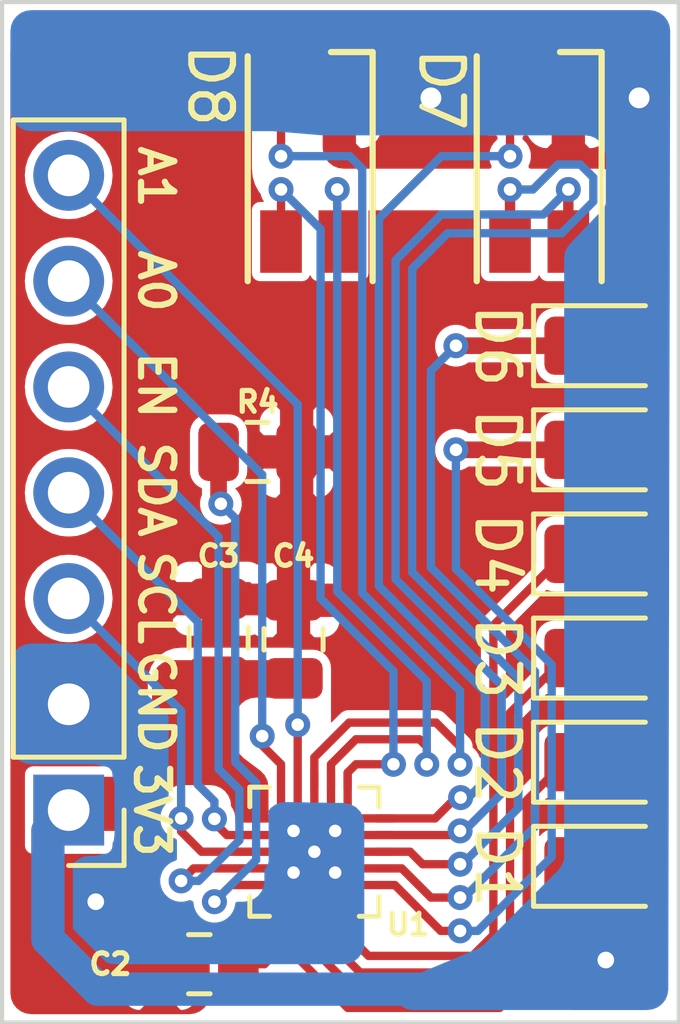
<source format=kicad_pcb>
(kicad_pcb (version 20171130) (host pcbnew "(5.1.4)-1")

  (general
    (thickness 1.6)
    (drawings 14)
    (tracks 198)
    (zones 0)
    (modules 14)
    (nets 22)
  )

  (page A4)
  (layers
    (0 F.Cu signal hide)
    (31 B.Cu signal)
    (32 B.Adhes user hide)
    (33 F.Adhes user hide)
    (34 B.Paste user hide)
    (35 F.Paste user hide)
    (36 B.SilkS user hide)
    (37 F.SilkS user hide)
    (38 B.Mask user hide)
    (39 F.Mask user hide)
    (40 Dwgs.User user hide)
    (41 Cmts.User user hide)
    (42 Eco1.User user hide)
    (43 Eco2.User user hide)
    (44 Edge.Cuts user)
    (45 Margin user hide)
    (46 B.CrtYd user hide)
    (47 F.CrtYd user hide)
    (48 B.Fab user hide)
    (49 F.Fab user hide)
  )

  (setup
    (last_trace_width 0.8)
    (user_trace_width 0.2)
    (user_trace_width 0.4)
    (user_trace_width 0.8)
    (trace_clearance 0.2)
    (zone_clearance 0.1)
    (zone_45_only no)
    (trace_min 0.2)
    (via_size 0.8)
    (via_drill 0.4)
    (via_min_size 0.4)
    (via_min_drill 0.3)
    (user_via 0.6 0.3)
    (uvia_size 0.3)
    (uvia_drill 0.1)
    (uvias_allowed no)
    (uvia_min_size 0.2)
    (uvia_min_drill 0.1)
    (edge_width 0.1)
    (segment_width 0.2)
    (pcb_text_width 0.3)
    (pcb_text_size 1.5 1.5)
    (mod_edge_width 0.15)
    (mod_text_size 1 1)
    (mod_text_width 0.15)
    (pad_size 1.524 1.524)
    (pad_drill 0.762)
    (pad_to_mask_clearance 0)
    (aux_axis_origin 0 0)
    (grid_origin 140.1 100)
    (visible_elements 7FFFFFFF)
    (pcbplotparams
      (layerselection 0x010fc_ffffffff)
      (usegerberextensions false)
      (usegerberattributes false)
      (usegerberadvancedattributes false)
      (creategerberjobfile false)
      (excludeedgelayer true)
      (linewidth 0.100000)
      (plotframeref false)
      (viasonmask false)
      (mode 1)
      (useauxorigin false)
      (hpglpennumber 1)
      (hpglpenspeed 20)
      (hpglpendiameter 15.000000)
      (psnegative false)
      (psa4output false)
      (plotreference true)
      (plotvalue true)
      (plotinvisibletext false)
      (padsonsilk false)
      (subtractmaskfromsilk false)
      (outputformat 1)
      (mirror false)
      (drillshape 1)
      (scaleselection 1)
      (outputdirectory ""))
  )

  (net 0 "")
  (net 1 "Net-(C2-Pad1)")
  (net 2 GND)
  (net 3 VCC)
  (net 4 /LB0)
  (net 5 /LB1)
  (net 6 /LB2)
  (net 7 /LB5)
  (net 8 /LB4)
  (net 9 /LB3)
  (net 10 /LB6)
  (net 11 /LB7)
  (net 12 /LB8)
  (net 13 /LB11)
  (net 14 /LB10)
  (net 15 /LB9)
  (net 16 /SCL)
  (net 17 /SDA)
  (net 18 /IN_EN)
  (net 19 /ADDR0)
  (net 20 /ADDR1)
  (net 21 "Net-(R4-Pad1)")

  (net_class Default "Esta es la clase de red por defecto."
    (clearance 0.2)
    (trace_width 0.25)
    (via_dia 0.8)
    (via_drill 0.4)
    (uvia_dia 0.3)
    (uvia_drill 0.1)
    (add_net /ADDR0)
    (add_net /ADDR1)
    (add_net /IN_EN)
    (add_net /LB0)
    (add_net /LB1)
    (add_net /LB10)
    (add_net /LB11)
    (add_net /LB2)
    (add_net /LB3)
    (add_net /LB4)
    (add_net /LB5)
    (add_net /LB6)
    (add_net /LB7)
    (add_net /LB8)
    (add_net /LB9)
    (add_net /SCL)
    (add_net /SDA)
    (add_net GND)
    (add_net "Net-(C2-Pad1)")
    (add_net "Net-(R4-Pad1)")
    (add_net VCC)
  )

  (module "Footprint LP5012:PQFN21P40_300X300X80L40X20T180" (layer F.Cu) (tedit 5DA10C45) (tstamp 5D9B116D)
    (at 147.6 95.9)
    (descr "Pullback Quad Flat No-Lead (PQFN with Tab), 0.40 mm pitch; square, 5 pin X 5 pin, 3.00 mm L X 3.00 mm W X 0.80 mm H body")
    (path /5D99BF30)
    (attr smd)
    (fp_text reference U1 (at 2.25 1.75 180) (layer F.SilkS)
      (effects (font (size 0.5 0.5) (thickness 0.12)))
    )
    (fp_text value LP5012 (at 0 0) (layer F.Fab)
      (effects (font (size 1.2 1.2) (thickness 0.12)))
    )
    (fp_line (start 1.1 1.75) (end 1.75 1.75) (layer F.CrtYd) (width 0.05))
    (fp_line (start 1.1 2.1) (end 1.1 1.75) (layer F.CrtYd) (width 0.05))
    (fp_line (start -1.1 2.1) (end 1.1 2.1) (layer F.CrtYd) (width 0.05))
    (fp_line (start -1.1 1.75) (end -1.1 2.1) (layer F.CrtYd) (width 0.05))
    (fp_line (start -1.75 1.75) (end -1.1 1.75) (layer F.CrtYd) (width 0.05))
    (fp_line (start -1.75 1.1) (end -1.75 1.75) (layer F.CrtYd) (width 0.05))
    (fp_line (start -2.1 1.1) (end -1.75 1.1) (layer F.CrtYd) (width 0.05))
    (fp_line (start -2.1 -1.1) (end -2.1 1.1) (layer F.CrtYd) (width 0.05))
    (fp_line (start -1.75 -1.1) (end -2.1 -1.1) (layer F.CrtYd) (width 0.05))
    (fp_line (start -1.75 -1.75) (end -1.75 -1.1) (layer F.CrtYd) (width 0.05))
    (fp_line (start -1.1 -1.75) (end -1.75 -1.75) (layer F.CrtYd) (width 0.05))
    (fp_line (start -1.1 -2.1) (end -1.1 -1.75) (layer F.CrtYd) (width 0.05))
    (fp_line (start 1.1 -2.1) (end -1.1 -2.1) (layer F.CrtYd) (width 0.05))
    (fp_line (start 1.1 -1.75) (end 1.1 -2.1) (layer F.CrtYd) (width 0.05))
    (fp_line (start 1.75 -1.75) (end 1.1 -1.75) (layer F.CrtYd) (width 0.05))
    (fp_line (start 1.75 -1.1) (end 1.75 -1.75) (layer F.CrtYd) (width 0.05))
    (fp_line (start 2.1 -1.1) (end 1.75 -1.1) (layer F.CrtYd) (width 0.05))
    (fp_line (start 2.1 1.1) (end 2.1 -1.1) (layer F.CrtYd) (width 0.05))
    (fp_line (start 1.75 1.1) (end 2.1 1.1) (layer F.CrtYd) (width 0.05))
    (fp_line (start 1.75 1.75) (end 1.75 1.1) (layer F.CrtYd) (width 0.05))
    (fp_line (start -1.55 -1.55) (end -1.55 -1.08) (layer F.SilkS) (width 0.12))
    (fp_line (start -1.08 -1.55) (end -1.55 -1.55) (layer F.SilkS) (width 0.12))
    (fp_line (start 1.55 -1.55) (end 1.55 -1.08) (layer F.SilkS) (width 0.12))
    (fp_line (start 1.08 -1.55) (end 1.55 -1.55) (layer F.SilkS) (width 0.12))
    (fp_line (start 1.55 1.55) (end 1.55 1.08) (layer F.SilkS) (width 0.12))
    (fp_line (start 1.08 1.55) (end 1.55 1.55) (layer F.SilkS) (width 0.12))
    (fp_line (start -1.55 1.55) (end -1.55 1.08) (layer F.SilkS) (width 0.12))
    (fp_line (start -1.08 1.55) (end -1.55 1.55) (layer F.SilkS) (width 0.12))
    (fp_line (start -0.35 0) (end 0.35 0) (layer F.CrtYd) (width 0.05))
    (fp_line (start 0 -0.35) (end 0 0.35) (layer F.CrtYd) (width 0.05))
    (fp_circle (center 0 0) (end 0 0.25) (layer F.CrtYd) (width 0.05))
    (fp_line (start 1.55 1.55) (end -1.55 1.55) (layer F.Fab) (width 0.12))
    (fp_line (start 1.55 -1.55) (end 1.55 1.55) (layer F.Fab) (width 0.12))
    (fp_line (start -1.55 -1.55) (end 1.55 -1.55) (layer F.Fab) (width 0.12))
    (fp_line (start -1.55 1.55) (end -1.55 -1.55) (layer F.Fab) (width 0.12))
    (fp_line (start 1.5 1.5) (end -1.5 1.5) (layer Dwgs.User) (width 0.025))
    (fp_line (start 1.5 -1.5) (end 1.5 1.5) (layer Dwgs.User) (width 0.025))
    (fp_line (start -1.5 -1.5) (end 1.5 -1.5) (layer Dwgs.User) (width 0.025))
    (fp_line (start -1.5 1.5) (end -1.5 -1.5) (layer Dwgs.User) (width 0.025))
    (fp_line (start -0.9 0.6) (end -0.6 0.9) (layer Dwgs.User) (width 0.025))
    (fp_line (start -0.9 -0.9) (end -0.9 0.6) (layer Dwgs.User) (width 0.025))
    (fp_line (start 0.9 -0.9) (end -0.9 -0.9) (layer Dwgs.User) (width 0.025))
    (fp_line (start 0.9 0.9) (end 0.9 -0.9) (layer Dwgs.User) (width 0.025))
    (fp_line (start -0.6 0.9) (end 0.9 0.9) (layer Dwgs.User) (width 0.025))
    (fp_line (start -1.5 0.7) (end -1.5 0.9) (layer Dwgs.User) (width 0.025))
    (fp_line (start -1.2 0.7) (end -1.5 0.7) (layer Dwgs.User) (width 0.025))
    (fp_arc (start -1.2 0.8) (end -1.2 0.7) (angle 180) (layer Dwgs.User) (width 0.025))
    (fp_line (start -1.5 0.9) (end -1.2 0.9) (layer Dwgs.User) (width 0.025))
    (fp_line (start -1.5 0.3) (end -1.5 0.5) (layer Dwgs.User) (width 0.025))
    (fp_line (start -1.2 0.3) (end -1.5 0.3) (layer Dwgs.User) (width 0.025))
    (fp_arc (start -1.2 0.4) (end -1.2 0.3) (angle 180) (layer Dwgs.User) (width 0.025))
    (fp_line (start -1.5 0.5) (end -1.2 0.5) (layer Dwgs.User) (width 0.025))
    (fp_line (start -1.5 -0.1) (end -1.5 0.1) (layer Dwgs.User) (width 0.025))
    (fp_line (start -1.2 -0.1) (end -1.5 -0.1) (layer Dwgs.User) (width 0.025))
    (fp_arc (start -1.2 0) (end -1.2 -0.1) (angle 180) (layer Dwgs.User) (width 0.025))
    (fp_line (start -1.5 0.1) (end -1.2 0.1) (layer Dwgs.User) (width 0.025))
    (fp_line (start -1.5 -0.5) (end -1.5 -0.3) (layer Dwgs.User) (width 0.025))
    (fp_line (start -1.2 -0.5) (end -1.5 -0.5) (layer Dwgs.User) (width 0.025))
    (fp_arc (start -1.2 -0.4) (end -1.2 -0.5) (angle 180) (layer Dwgs.User) (width 0.025))
    (fp_line (start -1.5 -0.3) (end -1.2 -0.3) (layer Dwgs.User) (width 0.025))
    (fp_line (start -1.5 -0.9) (end -1.5 -0.7) (layer Dwgs.User) (width 0.025))
    (fp_line (start -1.2 -0.9) (end -1.5 -0.9) (layer Dwgs.User) (width 0.025))
    (fp_arc (start -1.2 -0.8) (end -1.2 -0.9) (angle 180) (layer Dwgs.User) (width 0.025))
    (fp_line (start -1.5 -0.7) (end -1.2 -0.7) (layer Dwgs.User) (width 0.025))
    (fp_line (start -0.7 -1.5) (end -0.9 -1.5) (layer Dwgs.User) (width 0.025))
    (fp_line (start -0.7 -1.2) (end -0.7 -1.5) (layer Dwgs.User) (width 0.025))
    (fp_arc (start -0.8 -1.2) (end -0.7 -1.2) (angle 180) (layer Dwgs.User) (width 0.025))
    (fp_line (start -0.9 -1.5) (end -0.9 -1.2) (layer Dwgs.User) (width 0.025))
    (fp_line (start -0.3 -1.5) (end -0.5 -1.5) (layer Dwgs.User) (width 0.025))
    (fp_line (start -0.3 -1.2) (end -0.3 -1.5) (layer Dwgs.User) (width 0.025))
    (fp_arc (start -0.4 -1.2) (end -0.3 -1.2) (angle 180) (layer Dwgs.User) (width 0.025))
    (fp_line (start -0.5 -1.5) (end -0.5 -1.2) (layer Dwgs.User) (width 0.025))
    (fp_line (start 0.1 -1.5) (end -0.1 -1.5) (layer Dwgs.User) (width 0.025))
    (fp_line (start 0.1 -1.2) (end 0.1 -1.5) (layer Dwgs.User) (width 0.025))
    (fp_arc (start 0 -1.2) (end 0.1 -1.2) (angle 180) (layer Dwgs.User) (width 0.025))
    (fp_line (start -0.1 -1.5) (end -0.1 -1.2) (layer Dwgs.User) (width 0.025))
    (fp_line (start 0.5 -1.5) (end 0.3 -1.5) (layer Dwgs.User) (width 0.025))
    (fp_line (start 0.5 -1.2) (end 0.5 -1.5) (layer Dwgs.User) (width 0.025))
    (fp_arc (start 0.4 -1.2) (end 0.5 -1.2) (angle 180) (layer Dwgs.User) (width 0.025))
    (fp_line (start 0.3 -1.5) (end 0.3 -1.2) (layer Dwgs.User) (width 0.025))
    (fp_line (start 0.9 -1.5) (end 0.7 -1.5) (layer Dwgs.User) (width 0.025))
    (fp_line (start 0.9 -1.2) (end 0.9 -1.5) (layer Dwgs.User) (width 0.025))
    (fp_arc (start 0.8 -1.2) (end 0.9 -1.2) (angle 180) (layer Dwgs.User) (width 0.025))
    (fp_line (start 0.7 -1.5) (end 0.7 -1.2) (layer Dwgs.User) (width 0.025))
    (fp_line (start 1.5 -0.7) (end 1.5 -0.9) (layer Dwgs.User) (width 0.025))
    (fp_line (start 1.2 -0.7) (end 1.5 -0.7) (layer Dwgs.User) (width 0.025))
    (fp_arc (start 1.2 -0.8) (end 1.2 -0.7) (angle 180) (layer Dwgs.User) (width 0.025))
    (fp_line (start 1.5 -0.9) (end 1.2 -0.9) (layer Dwgs.User) (width 0.025))
    (fp_line (start 1.5 -0.3) (end 1.5 -0.5) (layer Dwgs.User) (width 0.025))
    (fp_line (start 1.2 -0.3) (end 1.5 -0.3) (layer Dwgs.User) (width 0.025))
    (fp_arc (start 1.2 -0.4) (end 1.2 -0.3) (angle 180) (layer Dwgs.User) (width 0.025))
    (fp_line (start 1.5 -0.5) (end 1.2 -0.5) (layer Dwgs.User) (width 0.025))
    (fp_line (start 1.5 0.1) (end 1.5 -0.1) (layer Dwgs.User) (width 0.025))
    (fp_line (start 1.2 0.1) (end 1.5 0.1) (layer Dwgs.User) (width 0.025))
    (fp_arc (start 1.2 0) (end 1.2 0.1) (angle 180) (layer Dwgs.User) (width 0.025))
    (fp_line (start 1.5 -0.1) (end 1.2 -0.1) (layer Dwgs.User) (width 0.025))
    (fp_line (start 1.5 0.5) (end 1.5 0.3) (layer Dwgs.User) (width 0.025))
    (fp_line (start 1.2 0.5) (end 1.5 0.5) (layer Dwgs.User) (width 0.025))
    (fp_arc (start 1.2 0.4) (end 1.2 0.5) (angle 180) (layer Dwgs.User) (width 0.025))
    (fp_line (start 1.5 0.3) (end 1.2 0.3) (layer Dwgs.User) (width 0.025))
    (fp_line (start 1.5 0.9) (end 1.5 0.7) (layer Dwgs.User) (width 0.025))
    (fp_line (start 1.2 0.9) (end 1.5 0.9) (layer Dwgs.User) (width 0.025))
    (fp_arc (start 1.2 0.8) (end 1.2 0.9) (angle 180) (layer Dwgs.User) (width 0.025))
    (fp_line (start 1.5 0.7) (end 1.2 0.7) (layer Dwgs.User) (width 0.025))
    (fp_line (start 0.7 1.5) (end 0.9 1.5) (layer Dwgs.User) (width 0.025))
    (fp_line (start 0.7 1.2) (end 0.7 1.5) (layer Dwgs.User) (width 0.025))
    (fp_arc (start 0.8 1.2) (end 0.7 1.2) (angle 180) (layer Dwgs.User) (width 0.025))
    (fp_line (start 0.9 1.5) (end 0.9 1.2) (layer Dwgs.User) (width 0.025))
    (fp_line (start 0.3 1.5) (end 0.5 1.5) (layer Dwgs.User) (width 0.025))
    (fp_line (start 0.3 1.2) (end 0.3 1.5) (layer Dwgs.User) (width 0.025))
    (fp_arc (start 0.4 1.2) (end 0.3 1.2) (angle 180) (layer Dwgs.User) (width 0.025))
    (fp_line (start 0.5 1.5) (end 0.5 1.2) (layer Dwgs.User) (width 0.025))
    (fp_line (start -0.1 1.5) (end 0.1 1.5) (layer Dwgs.User) (width 0.025))
    (fp_line (start -0.1 1.2) (end -0.1 1.5) (layer Dwgs.User) (width 0.025))
    (fp_arc (start 0 1.2) (end -0.1 1.2) (angle 180) (layer Dwgs.User) (width 0.025))
    (fp_line (start 0.1 1.5) (end 0.1 1.2) (layer Dwgs.User) (width 0.025))
    (fp_line (start -0.5 1.5) (end -0.3 1.5) (layer Dwgs.User) (width 0.025))
    (fp_line (start -0.5 1.2) (end -0.5 1.5) (layer Dwgs.User) (width 0.025))
    (fp_arc (start -0.4 1.2) (end -0.5 1.2) (angle 180) (layer Dwgs.User) (width 0.025))
    (fp_line (start -0.3 1.5) (end -0.3 1.2) (layer Dwgs.User) (width 0.025))
    (fp_line (start -0.9 1.5) (end -0.7 1.5) (layer Dwgs.User) (width 0.025))
    (fp_line (start -0.9 1.2) (end -0.9 1.5) (layer Dwgs.User) (width 0.025))
    (fp_arc (start -0.8 1.2) (end -0.9 1.2) (angle 180) (layer Dwgs.User) (width 0.025))
    (fp_line (start -0.7 1.5) (end -0.7 1.2) (layer Dwgs.User) (width 0.025))
    (fp_text user %R (at 0 0) (layer F.Fab)
      (effects (font (size 2 2) (thickness 0.2)))
    )
    (pad 26 thru_hole circle (at 0.5 0.5) (size 0.5 0.5) (drill 0.3) (layers *.Cu *.Mask)
      (net 2 GND))
    (pad 25 thru_hole circle (at -0.5 0.5) (size 0.5 0.5) (drill 0.3) (layers *.Cu *.Mask)
      (net 2 GND))
    (pad 24 thru_hole circle (at 0 0) (size 0.5 0.5) (drill 0.3) (layers *.Cu *.Mask)
      (net 2 GND))
    (pad 23 thru_hole circle (at 0.5 -0.5) (size 0.5 0.5) (drill 0.3) (layers *.Cu *.Mask)
      (net 2 GND))
    (pad 22 thru_hole circle (at -0.5 -0.5) (size 0.5 0.5) (drill 0.3) (layers *.Cu *.Mask)
      (net 2 GND))
    (pad "" smd roundrect (at -0.45 -0.45 90) (size 0.64 0.64) (layers F.Paste) (roundrect_rratio 0.25))
    (pad "" smd roundrect (at -0.44 0.44 90) (size 0.62 0.62) (layers F.Paste) (roundrect_rratio 0.25))
    (pad "" smd roundrect (at 0.45 -0.45 90) (size 0.64 0.64) (layers F.Paste) (roundrect_rratio 0.25))
    (pad "" smd roundrect (at 0.45 0.45 90) (size 0.64 0.64) (layers F.Paste) (roundrect_rratio 0.25))
    (pad 21 smd rect (at 0 0) (size 1.8 1.8) (layers F.Cu F.Mask)
      (net 2 GND))
    (pad 20 smd rect (at -1.5 0.8) (size 0.8 0.2) (layers F.Cu F.Paste F.Mask)
      (net 21 "Net-(R4-Pad1)"))
    (pad 19 smd rect (at -1.5 0.4) (size 0.8 0.2) (layers F.Cu F.Paste F.Mask)
      (net 18 /IN_EN))
    (pad 18 smd rect (at -1.5 0) (size 0.8 0.2) (layers F.Cu F.Paste F.Mask)
      (net 16 /SCL))
    (pad 17 smd rect (at -1.5 -0.4) (size 0.8 0.2) (layers F.Cu F.Paste F.Mask)
      (net 17 /SDA))
    (pad 16 smd rect (at -1.5 -0.8) (size 0.8 0.2) (layers F.Cu F.Paste F.Mask)
      (net 3 VCC))
    (pad 15 smd rect (at -0.8 -1.5 90) (size 0.8 0.2) (layers F.Cu F.Paste F.Mask)
      (net 20 /ADDR1))
    (pad 14 smd rect (at -0.4 -1.5 90) (size 0.8 0.2) (layers F.Cu F.Paste F.Mask)
      (net 19 /ADDR0))
    (pad 13 smd rect (at 0 -1.5 90) (size 0.8 0.2) (layers F.Cu F.Paste F.Mask)
      (net 13 /LB11))
    (pad 12 smd rect (at 0.4 -1.5 90) (size 0.8 0.2) (layers F.Cu F.Paste F.Mask)
      (net 14 /LB10))
    (pad 11 smd rect (at 0.8 -1.5 90) (size 0.8 0.2) (layers F.Cu F.Paste F.Mask)
      (net 15 /LB9))
    (pad 10 smd rect (at 1.5 -0.8) (size 0.8 0.2) (layers F.Cu F.Paste F.Mask)
      (net 12 /LB8))
    (pad 9 smd rect (at 1.5 -0.4) (size 0.8 0.2) (layers F.Cu F.Paste F.Mask)
      (net 11 /LB7))
    (pad 8 smd rect (at 1.5 0) (size 0.8 0.2) (layers F.Cu F.Paste F.Mask)
      (net 10 /LB6))
    (pad 7 smd rect (at 1.5 0.4) (size 0.8 0.2) (layers F.Cu F.Paste F.Mask)
      (net 7 /LB5))
    (pad 6 smd rect (at 1.5 0.8) (size 0.8 0.2) (layers F.Cu F.Paste F.Mask)
      (net 8 /LB4))
    (pad 5 smd rect (at 0.8 1.5 90) (size 0.8 0.2) (layers F.Cu F.Paste F.Mask)
      (net 9 /LB3))
    (pad 4 smd rect (at 0.4 1.5 90) (size 0.8 0.2) (layers F.Cu F.Paste F.Mask)
      (net 6 /LB2))
    (pad 3 smd rect (at 0 1.5 90) (size 0.8 0.2) (layers F.Cu F.Paste F.Mask)
      (net 5 /LB1))
    (pad 2 smd rect (at -0.4 1.5 90) (size 0.8 0.2) (layers F.Cu F.Paste F.Mask)
      (net 4 /LB0))
    (pad 1 smd rect (at -0.8 1.5 90) (size 0.8 0.2) (layers F.Cu F.Paste F.Mask)
      (net 1 "Net-(C2-Pad1)"))
  )

  (module Capacitor_SMD:C_0805_2012Metric (layer F.Cu) (tedit 5B36C52B) (tstamp 5D9A64F2)
    (at 144.8375 98.6 180)
    (descr "Capacitor SMD 0805 (2012 Metric), square (rectangular) end terminal, IPC_7351 nominal, (Body size source: https://docs.google.com/spreadsheets/d/1BsfQQcO9C6DZCsRaXUlFlo91Tg2WpOkGARC1WS5S8t0/edit?usp=sharing), generated with kicad-footprint-generator")
    (tags capacitor)
    (path /5D917747)
    (attr smd)
    (fp_text reference C2 (at 2.1375 0) (layer F.SilkS)
      (effects (font (size 0.5 0.5) (thickness 0.125)))
    )
    (fp_text value 1uF (at 0 1.65) (layer F.Fab)
      (effects (font (size 1 1) (thickness 0.15)))
    )
    (fp_text user %R (at 0 0) (layer F.Fab)
      (effects (font (size 0.5 0.5) (thickness 0.08)))
    )
    (fp_line (start 1.68 0.95) (end -1.68 0.95) (layer F.CrtYd) (width 0.05))
    (fp_line (start 1.68 -0.95) (end 1.68 0.95) (layer F.CrtYd) (width 0.05))
    (fp_line (start -1.68 -0.95) (end 1.68 -0.95) (layer F.CrtYd) (width 0.05))
    (fp_line (start -1.68 0.95) (end -1.68 -0.95) (layer F.CrtYd) (width 0.05))
    (fp_line (start -0.258578 0.71) (end 0.258578 0.71) (layer F.SilkS) (width 0.12))
    (fp_line (start -0.258578 -0.71) (end 0.258578 -0.71) (layer F.SilkS) (width 0.12))
    (fp_line (start 1 0.6) (end -1 0.6) (layer F.Fab) (width 0.1))
    (fp_line (start 1 -0.6) (end 1 0.6) (layer F.Fab) (width 0.1))
    (fp_line (start -1 -0.6) (end 1 -0.6) (layer F.Fab) (width 0.1))
    (fp_line (start -1 0.6) (end -1 -0.6) (layer F.Fab) (width 0.1))
    (pad 2 smd roundrect (at 0.9375 0 180) (size 0.975 1.4) (layers F.Cu F.Paste F.Mask) (roundrect_rratio 0.25)
      (net 2 GND))
    (pad 1 smd roundrect (at -0.9375 0 180) (size 0.975 1.4) (layers F.Cu F.Paste F.Mask) (roundrect_rratio 0.25)
      (net 1 "Net-(C2-Pad1)"))
    (model ${KISYS3DMOD}/Capacitor_SMD.3dshapes/C_0805_2012Metric.wrl
      (at (xyz 0 0 0))
      (scale (xyz 1 1 1))
      (rotate (xyz 0 0 0))
    )
  )

  (module Capacitor_SMD:C_0805_2012Metric (layer F.Cu) (tedit 5B36C52B) (tstamp 5D97EFF8)
    (at 145.3 90.7625 90)
    (descr "Capacitor SMD 0805 (2012 Metric), square (rectangular) end terminal, IPC_7351 nominal, (Body size source: https://docs.google.com/spreadsheets/d/1BsfQQcO9C6DZCsRaXUlFlo91Tg2WpOkGARC1WS5S8t0/edit?usp=sharing), generated with kicad-footprint-generator")
    (tags capacitor)
    (path /5D916FD5)
    (attr smd)
    (fp_text reference C3 (at 1.9625 0) (layer F.SilkS)
      (effects (font (size 0.5 0.5) (thickness 0.125)))
    )
    (fp_text value 1uF (at 0 1.65 90) (layer F.Fab)
      (effects (font (size 1 1) (thickness 0.15)))
    )
    (fp_line (start -1 0.6) (end -1 -0.6) (layer F.Fab) (width 0.1))
    (fp_line (start -1 -0.6) (end 1 -0.6) (layer F.Fab) (width 0.1))
    (fp_line (start 1 -0.6) (end 1 0.6) (layer F.Fab) (width 0.1))
    (fp_line (start 1 0.6) (end -1 0.6) (layer F.Fab) (width 0.1))
    (fp_line (start -0.258578 -0.71) (end 0.258578 -0.71) (layer F.SilkS) (width 0.12))
    (fp_line (start -0.258578 0.71) (end 0.258578 0.71) (layer F.SilkS) (width 0.12))
    (fp_line (start -1.68 0.95) (end -1.68 -0.95) (layer F.CrtYd) (width 0.05))
    (fp_line (start -1.68 -0.95) (end 1.68 -0.95) (layer F.CrtYd) (width 0.05))
    (fp_line (start 1.68 -0.95) (end 1.68 0.95) (layer F.CrtYd) (width 0.05))
    (fp_line (start 1.68 0.95) (end -1.68 0.95) (layer F.CrtYd) (width 0.05))
    (fp_text user %R (at 0 0 90) (layer F.Fab)
      (effects (font (size 0.5 0.5) (thickness 0.08)))
    )
    (pad 1 smd roundrect (at -0.9375 0 90) (size 0.975 1.4) (layers F.Cu F.Paste F.Mask) (roundrect_rratio 0.25)
      (net 3 VCC))
    (pad 2 smd roundrect (at 0.9375 0 90) (size 0.975 1.4) (layers F.Cu F.Paste F.Mask) (roundrect_rratio 0.25)
      (net 2 GND))
    (model ${KISYS3DMOD}/Capacitor_SMD.3dshapes/C_0805_2012Metric.wrl
      (at (xyz 0 0 0))
      (scale (xyz 1 1 1))
      (rotate (xyz 0 0 0))
    )
  )

  (module Capacitor_SMD:C_0805_2012Metric (layer F.Cu) (tedit 5B36C52B) (tstamp 5D97F009)
    (at 147.1 90.8 90)
    (descr "Capacitor SMD 0805 (2012 Metric), square (rectangular) end terminal, IPC_7351 nominal, (Body size source: https://docs.google.com/spreadsheets/d/1BsfQQcO9C6DZCsRaXUlFlo91Tg2WpOkGARC1WS5S8t0/edit?usp=sharing), generated with kicad-footprint-generator")
    (tags capacitor)
    (path /5D916C9B)
    (attr smd)
    (fp_text reference C4 (at 2 0 180) (layer F.SilkS)
      (effects (font (size 0.5 0.5) (thickness 0.125)))
    )
    (fp_text value 0.1uF (at 0 1.65 90) (layer F.Fab)
      (effects (font (size 1 1) (thickness 0.15)))
    )
    (fp_text user %R (at 0 0 90) (layer F.Fab)
      (effects (font (size 0.5 0.5) (thickness 0.08)))
    )
    (fp_line (start 1.68 0.95) (end -1.68 0.95) (layer F.CrtYd) (width 0.05))
    (fp_line (start 1.68 -0.95) (end 1.68 0.95) (layer F.CrtYd) (width 0.05))
    (fp_line (start -1.68 -0.95) (end 1.68 -0.95) (layer F.CrtYd) (width 0.05))
    (fp_line (start -1.68 0.95) (end -1.68 -0.95) (layer F.CrtYd) (width 0.05))
    (fp_line (start -0.258578 0.71) (end 0.258578 0.71) (layer F.SilkS) (width 0.12))
    (fp_line (start -0.258578 -0.71) (end 0.258578 -0.71) (layer F.SilkS) (width 0.12))
    (fp_line (start 1 0.6) (end -1 0.6) (layer F.Fab) (width 0.1))
    (fp_line (start 1 -0.6) (end 1 0.6) (layer F.Fab) (width 0.1))
    (fp_line (start -1 -0.6) (end 1 -0.6) (layer F.Fab) (width 0.1))
    (fp_line (start -1 0.6) (end -1 -0.6) (layer F.Fab) (width 0.1))
    (pad 2 smd roundrect (at 0.9375 0 90) (size 0.975 1.4) (layers F.Cu F.Paste F.Mask) (roundrect_rratio 0.25)
      (net 2 GND))
    (pad 1 smd roundrect (at -0.9375 0 90) (size 0.975 1.4) (layers F.Cu F.Paste F.Mask) (roundrect_rratio 0.25)
      (net 3 VCC))
    (model ${KISYS3DMOD}/Capacitor_SMD.3dshapes/C_0805_2012Metric.wrl
      (at (xyz 0 0 0))
      (scale (xyz 1 1 1))
      (rotate (xyz 0 0 0))
    )
  )

  (module Connector_PinHeader_2.54mm:PinHeader_1x07_P2.54mm_Vertical (layer F.Cu) (tedit 59FED5CC) (tstamp 5D9AAE95)
    (at 141.7 94.9 180)
    (descr "Through hole straight pin header, 1x07, 2.54mm pitch, single row")
    (tags "Through hole pin header THT 1x07 2.54mm single row")
    (path /5D9CE0A0)
    (fp_text reference J1 (at 0 -2.33) (layer F.Fab) hide
      (effects (font (size 1 1) (thickness 0.15)))
    )
    (fp_text value "Main Connector" (at 0 17.57) (layer F.Fab) hide
      (effects (font (size 1 1) (thickness 0.15)))
    )
    (fp_line (start -0.635 -1.27) (end 1.27 -1.27) (layer F.Fab) (width 0.1))
    (fp_line (start 1.27 -1.27) (end 1.27 16.51) (layer F.Fab) (width 0.1))
    (fp_line (start 1.27 16.51) (end -1.27 16.51) (layer F.Fab) (width 0.1))
    (fp_line (start -1.27 16.51) (end -1.27 -0.635) (layer F.Fab) (width 0.1))
    (fp_line (start -1.27 -0.635) (end -0.635 -1.27) (layer F.Fab) (width 0.1))
    (fp_line (start -1.33 16.57) (end 1.33 16.57) (layer F.SilkS) (width 0.12))
    (fp_line (start -1.33 1.27) (end -1.33 16.57) (layer F.SilkS) (width 0.12))
    (fp_line (start 1.33 1.27) (end 1.33 16.57) (layer F.SilkS) (width 0.12))
    (fp_line (start -1.33 1.27) (end 1.33 1.27) (layer F.SilkS) (width 0.12))
    (fp_line (start -1.33 0) (end -1.33 -1.33) (layer F.SilkS) (width 0.12))
    (fp_line (start -1.33 -1.33) (end 0 -1.33) (layer F.SilkS) (width 0.12))
    (fp_line (start -1.8 -1.8) (end -1.8 17.05) (layer F.CrtYd) (width 0.05))
    (fp_line (start -1.8 17.05) (end 1.8 17.05) (layer F.CrtYd) (width 0.05))
    (fp_line (start 1.8 17.05) (end 1.8 -1.8) (layer F.CrtYd) (width 0.05))
    (fp_line (start 1.8 -1.8) (end -1.8 -1.8) (layer F.CrtYd) (width 0.05))
    (fp_text user %R (at 0 7.62 90) (layer F.Fab) hide
      (effects (font (size 1 1) (thickness 0.15)))
    )
    (pad 1 thru_hole rect (at 0 0 180) (size 1.7 1.7) (drill 1) (layers *.Cu *.Mask)
      (net 3 VCC))
    (pad 2 thru_hole oval (at 0 2.54 180) (size 1.7 1.7) (drill 1) (layers *.Cu *.Mask)
      (net 2 GND))
    (pad 3 thru_hole oval (at 0 5.08 180) (size 1.7 1.7) (drill 1) (layers *.Cu *.Mask)
      (net 16 /SCL))
    (pad 4 thru_hole oval (at 0 7.62 180) (size 1.7 1.7) (drill 1) (layers *.Cu *.Mask)
      (net 17 /SDA))
    (pad 5 thru_hole oval (at 0 10.16 180) (size 1.7 1.7) (drill 1) (layers *.Cu *.Mask)
      (net 18 /IN_EN))
    (pad 6 thru_hole oval (at 0 12.7 180) (size 1.7 1.7) (drill 1) (layers *.Cu *.Mask)
      (net 20 /ADDR1))
    (pad 7 thru_hole oval (at 0 15.24 180) (size 1.7 1.7) (drill 1) (layers *.Cu *.Mask)
      (net 19 /ADDR0))
    (model ${KISYS3DMOD}/Connector_PinHeader_2.54mm.3dshapes/PinHeader_1x07_P2.54mm_Vertical.wrl
      (at (xyz 0 0 0))
      (scale (xyz 1 1 1))
      (rotate (xyz 0 0 0))
    )
  )

  (module Resistor_SMD:R_0805_2012Metric (layer F.Cu) (tedit 5B36C52B) (tstamp 5D97F095)
    (at 146.2375 86.3)
    (descr "Resistor SMD 0805 (2012 Metric), square (rectangular) end terminal, IPC_7351 nominal, (Body size source: https://docs.google.com/spreadsheets/d/1BsfQQcO9C6DZCsRaXUlFlo91Tg2WpOkGARC1WS5S8t0/edit?usp=sharing), generated with kicad-footprint-generator")
    (tags resistor)
    (path /5D91FA26)
    (attr smd)
    (fp_text reference R4 (at 0 -1.2 180) (layer F.SilkS)
      (effects (font (size 0.5 0.5) (thickness 0.125)))
    )
    (fp_text value 3.3k (at 0 1.65) (layer F.Fab)
      (effects (font (size 1 1) (thickness 0.15)))
    )
    (fp_text user %R (at 0 0) (layer F.Fab)
      (effects (font (size 0.5 0.5) (thickness 0.08)))
    )
    (fp_line (start 1.68 0.95) (end -1.68 0.95) (layer F.CrtYd) (width 0.05))
    (fp_line (start 1.68 -0.95) (end 1.68 0.95) (layer F.CrtYd) (width 0.05))
    (fp_line (start -1.68 -0.95) (end 1.68 -0.95) (layer F.CrtYd) (width 0.05))
    (fp_line (start -1.68 0.95) (end -1.68 -0.95) (layer F.CrtYd) (width 0.05))
    (fp_line (start -0.258578 0.71) (end 0.258578 0.71) (layer F.SilkS) (width 0.12))
    (fp_line (start -0.258578 -0.71) (end 0.258578 -0.71) (layer F.SilkS) (width 0.12))
    (fp_line (start 1 0.6) (end -1 0.6) (layer F.Fab) (width 0.1))
    (fp_line (start 1 -0.6) (end 1 0.6) (layer F.Fab) (width 0.1))
    (fp_line (start -1 -0.6) (end 1 -0.6) (layer F.Fab) (width 0.1))
    (fp_line (start -1 0.6) (end -1 -0.6) (layer F.Fab) (width 0.1))
    (pad 2 smd roundrect (at 0.9375 0) (size 0.975 1.4) (layers F.Cu F.Paste F.Mask) (roundrect_rratio 0.25)
      (net 2 GND))
    (pad 1 smd roundrect (at -0.9375 0) (size 0.975 1.4) (layers F.Cu F.Paste F.Mask) (roundrect_rratio 0.25)
      (net 21 "Net-(R4-Pad1)"))
    (model ${KISYS3DMOD}/Resistor_SMD.3dshapes/R_0805_2012Metric.wrl
      (at (xyz 0 0 0))
      (scale (xyz 1 1 1))
      (rotate (xyz 0 0 0))
    )
  )

  (module LED_SMD:LED_RGB_1210 (layer F.Cu) (tedit 5979AE99) (tstamp 5D9A89E6)
    (at 153 79.5 270)
    (descr "RGB LED 3.2x2.7mm http://www.avagotech.com/docs/AV02-0610EN")
    (tags "LED 3227")
    (path /5D929F43)
    (attr smd)
    (fp_text reference D7 (at -1.9 2.35 270 unlocked) (layer F.SilkS)
      (effects (font (size 1 1) (thickness 0.15)))
    )
    (fp_text value LED_RGB (at 0 2.45 90) (layer F.Fab)
      (effects (font (size 1 1) (thickness 0.15)))
    )
    (fp_line (start -2.95 1.65) (end 2.85 1.65) (layer F.CrtYd) (width 0.05))
    (fp_line (start -2.95 -1.65) (end -2.95 1.65) (layer F.CrtYd) (width 0.05))
    (fp_line (start 2.85 -1.65) (end -2.95 -1.65) (layer F.CrtYd) (width 0.05))
    (fp_line (start 2.85 1.65) (end 2.85 -1.65) (layer F.CrtYd) (width 0.05))
    (fp_line (start 2.7 1.5) (end -2.7 1.5) (layer F.SilkS) (width 0.15))
    (fp_line (start 2.7 -1.5) (end -2.8 -1.5) (layer F.SilkS) (width 0.15))
    (fp_line (start -2.8 -0.5) (end -2.8 -1.5) (layer F.SilkS) (width 0.15))
    (fp_line (start -0.925 -1.35) (end 1.6 -1.35) (layer F.Fab) (width 0.1))
    (fp_line (start 1.6 -1.35) (end 1.6 1.35) (layer F.Fab) (width 0.1))
    (fp_line (start 1.6 1.35) (end -1.6 1.35) (layer F.Fab) (width 0.1))
    (fp_line (start -1.6 1.35) (end -1.6 -0.675) (layer F.Fab) (width 0.1))
    (fp_line (start -1.6 -0.675) (end -0.925 -1.35) (layer F.Fab) (width 0.1))
    (fp_text user %R (at 0 -2.3 90) (layer F.Fab)
      (effects (font (size 1 1) (thickness 0.15)))
    )
    (pad 1 smd rect (at -1.75 -0.7 90) (size 1.5 1) (layers F.Cu F.Paste F.Mask)
      (net 3 VCC))
    (pad 2 smd rect (at -1.75 0.7 90) (size 1.5 1) (layers F.Cu F.Paste F.Mask)
      (net 12 /LB8))
    (pad 4 smd rect (at 1.75 -0.7 90) (size 1.5 1) (layers F.Cu F.Paste F.Mask)
      (net 11 /LB7))
    (pad 3 smd rect (at 1.75 0.7 90) (size 1.5 1) (layers F.Cu F.Paste F.Mask)
      (net 10 /LB6))
    (model ${KISYS3DMOD}/LED_SMD.3dshapes/LED_RGB_1210.wrl
      (at (xyz 0 0 0))
      (scale (xyz 1 1 1))
      (rotate (xyz 0 0 0))
    )
  )

  (module LED_SMD:LED_RGB_1210 (layer F.Cu) (tedit 5979AE99) (tstamp 5DA10049)
    (at 147.5 79.5 270)
    (descr "RGB LED 3.2x2.7mm http://www.avagotech.com/docs/AV02-0610EN")
    (tags "LED 3227")
    (path /5D92CB70)
    (attr smd)
    (fp_text reference D8 (at -2 2.4 270 unlocked) (layer F.SilkS)
      (effects (font (size 1 1) (thickness 0.15)))
    )
    (fp_text value LED_RGB (at 0 2.45 90) (layer F.Fab)
      (effects (font (size 1 1) (thickness 0.15)))
    )
    (fp_text user %R (at 0 -2.3 90) (layer F.Fab)
      (effects (font (size 1 1) (thickness 0.15)))
    )
    (fp_line (start -1.6 -0.675) (end -0.925 -1.35) (layer F.Fab) (width 0.1))
    (fp_line (start -1.6 1.35) (end -1.6 -0.675) (layer F.Fab) (width 0.1))
    (fp_line (start 1.6 1.35) (end -1.6 1.35) (layer F.Fab) (width 0.1))
    (fp_line (start 1.6 -1.35) (end 1.6 1.35) (layer F.Fab) (width 0.1))
    (fp_line (start -0.925 -1.35) (end 1.6 -1.35) (layer F.Fab) (width 0.1))
    (fp_line (start -2.8 -0.5) (end -2.8 -1.5) (layer F.SilkS) (width 0.15))
    (fp_line (start 2.7 -1.5) (end -2.8 -1.5) (layer F.SilkS) (width 0.15))
    (fp_line (start 2.7 1.5) (end -2.7 1.5) (layer F.SilkS) (width 0.15))
    (fp_line (start 2.85 1.65) (end 2.85 -1.65) (layer F.CrtYd) (width 0.05))
    (fp_line (start 2.85 -1.65) (end -2.95 -1.65) (layer F.CrtYd) (width 0.05))
    (fp_line (start -2.95 -1.65) (end -2.95 1.65) (layer F.CrtYd) (width 0.05))
    (fp_line (start -2.95 1.65) (end 2.85 1.65) (layer F.CrtYd) (width 0.05))
    (pad 3 smd rect (at 1.75 0.7 90) (size 1.5 1) (layers F.Cu F.Paste F.Mask)
      (net 15 /LB9))
    (pad 4 smd rect (at 1.75 -0.7 90) (size 1.5 1) (layers F.Cu F.Paste F.Mask)
      (net 14 /LB10))
    (pad 2 smd rect (at -1.75 0.7 90) (size 1.5 1) (layers F.Cu F.Paste F.Mask)
      (net 13 /LB11))
    (pad 1 smd rect (at -1.75 -0.7 90) (size 1.5 1) (layers F.Cu F.Paste F.Mask)
      (net 3 VCC))
    (model ${KISYS3DMOD}/LED_SMD.3dshapes/LED_RGB_1210.wrl
      (at (xyz 0 0 0))
      (scale (xyz 1 1 1))
      (rotate (xyz 0 0 0))
    )
  )

  (module LED_SMD:LED_0805_2012Metric (layer F.Cu) (tedit 5B36C52C) (tstamp 5D9A8A0E)
    (at 154.55 96.25)
    (descr "LED SMD 0805 (2012 Metric), square (rectangular) end terminal, IPC_7351 nominal, (Body size source: https://docs.google.com/spreadsheets/d/1BsfQQcO9C6DZCsRaXUlFlo91Tg2WpOkGARC1WS5S8t0/edit?usp=sharing), generated with kicad-footprint-generator")
    (tags diode)
    (path /5D9A8567)
    (attr smd)
    (fp_text reference D1 (at -2.55 0 270 unlocked) (layer F.SilkS)
      (effects (font (size 1 1) (thickness 0.15)))
    )
    (fp_text value LED (at 0 1.65) (layer F.Fab)
      (effects (font (size 1 1) (thickness 0.15)))
    )
    (fp_line (start 1 -0.6) (end -0.7 -0.6) (layer F.Fab) (width 0.1))
    (fp_line (start -0.7 -0.6) (end -1 -0.3) (layer F.Fab) (width 0.1))
    (fp_line (start -1 -0.3) (end -1 0.6) (layer F.Fab) (width 0.1))
    (fp_line (start -1 0.6) (end 1 0.6) (layer F.Fab) (width 0.1))
    (fp_line (start 1 0.6) (end 1 -0.6) (layer F.Fab) (width 0.1))
    (fp_line (start 1 -0.96) (end -1.685 -0.96) (layer F.SilkS) (width 0.12))
    (fp_line (start -1.685 -0.96) (end -1.685 0.96) (layer F.SilkS) (width 0.12))
    (fp_line (start -1.685 0.96) (end 1 0.96) (layer F.SilkS) (width 0.12))
    (fp_line (start -1.68 0.95) (end -1.68 -0.95) (layer F.CrtYd) (width 0.05))
    (fp_line (start -1.68 -0.95) (end 1.68 -0.95) (layer F.CrtYd) (width 0.05))
    (fp_line (start 1.68 -0.95) (end 1.68 0.95) (layer F.CrtYd) (width 0.05))
    (fp_line (start 1.68 0.95) (end -1.68 0.95) (layer F.CrtYd) (width 0.05))
    (fp_text user %R (at 0 0) (layer F.Fab)
      (effects (font (size 0.5 0.5) (thickness 0.08)))
    )
    (pad 1 smd roundrect (at -0.9375 0) (size 0.975 1.4) (layers F.Cu F.Paste F.Mask) (roundrect_rratio 0.25)
      (net 4 /LB0))
    (pad 2 smd roundrect (at 0.9375 0) (size 0.975 1.4) (layers F.Cu F.Paste F.Mask) (roundrect_rratio 0.25)
      (net 3 VCC))
    (model ${KISYS3DMOD}/LED_SMD.3dshapes/LED_0805_2012Metric.wrl
      (at (xyz 0 0 0))
      (scale (xyz 1 1 1))
      (rotate (xyz 0 0 0))
    )
  )

  (module LED_SMD:LED_0805_2012Metric (layer F.Cu) (tedit 5B36C52C) (tstamp 5D9A8A21)
    (at 154.55 93.75)
    (descr "LED SMD 0805 (2012 Metric), square (rectangular) end terminal, IPC_7351 nominal, (Body size source: https://docs.google.com/spreadsheets/d/1BsfQQcO9C6DZCsRaXUlFlo91Tg2WpOkGARC1WS5S8t0/edit?usp=sharing), generated with kicad-footprint-generator")
    (tags diode)
    (path /5D9A9184)
    (attr smd)
    (fp_text reference D2 (at -2.55 0 270 unlocked) (layer F.SilkS)
      (effects (font (size 1 1) (thickness 0.15)))
    )
    (fp_text value LED (at 0 1.65) (layer F.Fab)
      (effects (font (size 1 1) (thickness 0.15)))
    )
    (fp_text user %R (at 0 0) (layer F.Fab)
      (effects (font (size 0.5 0.5) (thickness 0.08)))
    )
    (fp_line (start 1.68 0.95) (end -1.68 0.95) (layer F.CrtYd) (width 0.05))
    (fp_line (start 1.68 -0.95) (end 1.68 0.95) (layer F.CrtYd) (width 0.05))
    (fp_line (start -1.68 -0.95) (end 1.68 -0.95) (layer F.CrtYd) (width 0.05))
    (fp_line (start -1.68 0.95) (end -1.68 -0.95) (layer F.CrtYd) (width 0.05))
    (fp_line (start -1.685 0.96) (end 1 0.96) (layer F.SilkS) (width 0.12))
    (fp_line (start -1.685 -0.96) (end -1.685 0.96) (layer F.SilkS) (width 0.12))
    (fp_line (start 1 -0.96) (end -1.685 -0.96) (layer F.SilkS) (width 0.12))
    (fp_line (start 1 0.6) (end 1 -0.6) (layer F.Fab) (width 0.1))
    (fp_line (start -1 0.6) (end 1 0.6) (layer F.Fab) (width 0.1))
    (fp_line (start -1 -0.3) (end -1 0.6) (layer F.Fab) (width 0.1))
    (fp_line (start -0.7 -0.6) (end -1 -0.3) (layer F.Fab) (width 0.1))
    (fp_line (start 1 -0.6) (end -0.7 -0.6) (layer F.Fab) (width 0.1))
    (pad 2 smd roundrect (at 0.9375 0) (size 0.975 1.4) (layers F.Cu F.Paste F.Mask) (roundrect_rratio 0.25)
      (net 3 VCC))
    (pad 1 smd roundrect (at -0.9375 0) (size 0.975 1.4) (layers F.Cu F.Paste F.Mask) (roundrect_rratio 0.25)
      (net 5 /LB1))
    (model ${KISYS3DMOD}/LED_SMD.3dshapes/LED_0805_2012Metric.wrl
      (at (xyz 0 0 0))
      (scale (xyz 1 1 1))
      (rotate (xyz 0 0 0))
    )
  )

  (module LED_SMD:LED_0805_2012Metric (layer F.Cu) (tedit 5B36C52C) (tstamp 5D9A99BC)
    (at 154.55 91.25)
    (descr "LED SMD 0805 (2012 Metric), square (rectangular) end terminal, IPC_7351 nominal, (Body size source: https://docs.google.com/spreadsheets/d/1BsfQQcO9C6DZCsRaXUlFlo91Tg2WpOkGARC1WS5S8t0/edit?usp=sharing), generated with kicad-footprint-generator")
    (tags diode)
    (path /5D9A955B)
    (attr smd)
    (fp_text reference D3 (at -2.55 0 270 unlocked) (layer F.SilkS)
      (effects (font (size 1 1) (thickness 0.15)))
    )
    (fp_text value LED (at 0 1.65) (layer F.Fab)
      (effects (font (size 1 1) (thickness 0.15)))
    )
    (fp_line (start 1 -0.6) (end -0.7 -0.6) (layer F.Fab) (width 0.1))
    (fp_line (start -0.7 -0.6) (end -1 -0.3) (layer F.Fab) (width 0.1))
    (fp_line (start -1 -0.3) (end -1 0.6) (layer F.Fab) (width 0.1))
    (fp_line (start -1 0.6) (end 1 0.6) (layer F.Fab) (width 0.1))
    (fp_line (start 1 0.6) (end 1 -0.6) (layer F.Fab) (width 0.1))
    (fp_line (start 1 -0.96) (end -1.685 -0.96) (layer F.SilkS) (width 0.12))
    (fp_line (start -1.685 -0.96) (end -1.685 0.96) (layer F.SilkS) (width 0.12))
    (fp_line (start -1.685 0.96) (end 1 0.96) (layer F.SilkS) (width 0.12))
    (fp_line (start -1.68 0.95) (end -1.68 -0.95) (layer F.CrtYd) (width 0.05))
    (fp_line (start -1.68 -0.95) (end 1.68 -0.95) (layer F.CrtYd) (width 0.05))
    (fp_line (start 1.68 -0.95) (end 1.68 0.95) (layer F.CrtYd) (width 0.05))
    (fp_line (start 1.68 0.95) (end -1.68 0.95) (layer F.CrtYd) (width 0.05))
    (fp_text user %R (at 0 0) (layer F.Fab)
      (effects (font (size 0.5 0.5) (thickness 0.08)))
    )
    (pad 1 smd roundrect (at -0.9375 0) (size 0.975 1.4) (layers F.Cu F.Paste F.Mask) (roundrect_rratio 0.25)
      (net 6 /LB2))
    (pad 2 smd roundrect (at 0.9375 0) (size 0.975 1.4) (layers F.Cu F.Paste F.Mask) (roundrect_rratio 0.25)
      (net 3 VCC))
    (model ${KISYS3DMOD}/LED_SMD.3dshapes/LED_0805_2012Metric.wrl
      (at (xyz 0 0 0))
      (scale (xyz 1 1 1))
      (rotate (xyz 0 0 0))
    )
  )

  (module LED_SMD:LED_0805_2012Metric (layer F.Cu) (tedit 5B36C52C) (tstamp 5D9A9A5E)
    (at 154.55 88.75)
    (descr "LED SMD 0805 (2012 Metric), square (rectangular) end terminal, IPC_7351 nominal, (Body size source: https://docs.google.com/spreadsheets/d/1BsfQQcO9C6DZCsRaXUlFlo91Tg2WpOkGARC1WS5S8t0/edit?usp=sharing), generated with kicad-footprint-generator")
    (tags diode)
    (path /5D9A9A6A)
    (attr smd)
    (fp_text reference D4 (at -2.55 0 270 unlocked) (layer F.SilkS)
      (effects (font (size 1 1) (thickness 0.15)))
    )
    (fp_text value LED (at 0 1.65) (layer F.Fab)
      (effects (font (size 1 1) (thickness 0.15)))
    )
    (fp_text user %R (at 0 0) (layer F.Fab)
      (effects (font (size 0.5 0.5) (thickness 0.08)))
    )
    (fp_line (start 1.68 0.95) (end -1.68 0.95) (layer F.CrtYd) (width 0.05))
    (fp_line (start 1.68 -0.95) (end 1.68 0.95) (layer F.CrtYd) (width 0.05))
    (fp_line (start -1.68 -0.95) (end 1.68 -0.95) (layer F.CrtYd) (width 0.05))
    (fp_line (start -1.68 0.95) (end -1.68 -0.95) (layer F.CrtYd) (width 0.05))
    (fp_line (start -1.685 0.96) (end 1 0.96) (layer F.SilkS) (width 0.12))
    (fp_line (start -1.685 -0.96) (end -1.685 0.96) (layer F.SilkS) (width 0.12))
    (fp_line (start 1 -0.96) (end -1.685 -0.96) (layer F.SilkS) (width 0.12))
    (fp_line (start 1 0.6) (end 1 -0.6) (layer F.Fab) (width 0.1))
    (fp_line (start -1 0.6) (end 1 0.6) (layer F.Fab) (width 0.1))
    (fp_line (start -1 -0.3) (end -1 0.6) (layer F.Fab) (width 0.1))
    (fp_line (start -0.7 -0.6) (end -1 -0.3) (layer F.Fab) (width 0.1))
    (fp_line (start 1 -0.6) (end -0.7 -0.6) (layer F.Fab) (width 0.1))
    (pad 2 smd roundrect (at 0.9375 0) (size 0.975 1.4) (layers F.Cu F.Paste F.Mask) (roundrect_rratio 0.25)
      (net 3 VCC))
    (pad 1 smd roundrect (at -0.9375 0) (size 0.975 1.4) (layers F.Cu F.Paste F.Mask) (roundrect_rratio 0.25)
      (net 9 /LB3))
    (model ${KISYS3DMOD}/LED_SMD.3dshapes/LED_0805_2012Metric.wrl
      (at (xyz 0 0 0))
      (scale (xyz 1 1 1))
      (rotate (xyz 0 0 0))
    )
  )

  (module LED_SMD:LED_0805_2012Metric (layer F.Cu) (tedit 5B36C52C) (tstamp 5D9A9A28)
    (at 154.55 86.25)
    (descr "LED SMD 0805 (2012 Metric), square (rectangular) end terminal, IPC_7351 nominal, (Body size source: https://docs.google.com/spreadsheets/d/1BsfQQcO9C6DZCsRaXUlFlo91Tg2WpOkGARC1WS5S8t0/edit?usp=sharing), generated with kicad-footprint-generator")
    (tags diode)
    (path /5D9AA001)
    (attr smd)
    (fp_text reference D5 (at -2.55 0 270 unlocked) (layer F.SilkS)
      (effects (font (size 1 1) (thickness 0.15)))
    )
    (fp_text value LED (at 0 1.65) (layer F.Fab)
      (effects (font (size 1 1) (thickness 0.15)))
    )
    (fp_line (start 1 -0.6) (end -0.7 -0.6) (layer F.Fab) (width 0.1))
    (fp_line (start -0.7 -0.6) (end -1 -0.3) (layer F.Fab) (width 0.1))
    (fp_line (start -1 -0.3) (end -1 0.6) (layer F.Fab) (width 0.1))
    (fp_line (start -1 0.6) (end 1 0.6) (layer F.Fab) (width 0.1))
    (fp_line (start 1 0.6) (end 1 -0.6) (layer F.Fab) (width 0.1))
    (fp_line (start 1 -0.96) (end -1.685 -0.96) (layer F.SilkS) (width 0.12))
    (fp_line (start -1.685 -0.96) (end -1.685 0.96) (layer F.SilkS) (width 0.12))
    (fp_line (start -1.685 0.96) (end 1 0.96) (layer F.SilkS) (width 0.12))
    (fp_line (start -1.68 0.95) (end -1.68 -0.95) (layer F.CrtYd) (width 0.05))
    (fp_line (start -1.68 -0.95) (end 1.68 -0.95) (layer F.CrtYd) (width 0.05))
    (fp_line (start 1.68 -0.95) (end 1.68 0.95) (layer F.CrtYd) (width 0.05))
    (fp_line (start 1.68 0.95) (end -1.68 0.95) (layer F.CrtYd) (width 0.05))
    (fp_text user %R (at 0 0) (layer F.Fab)
      (effects (font (size 0.5 0.5) (thickness 0.08)))
    )
    (pad 1 smd roundrect (at -0.9375 0) (size 0.975 1.4) (layers F.Cu F.Paste F.Mask) (roundrect_rratio 0.25)
      (net 8 /LB4))
    (pad 2 smd roundrect (at 0.9375 0) (size 0.975 1.4) (layers F.Cu F.Paste F.Mask) (roundrect_rratio 0.25)
      (net 3 VCC))
    (model ${KISYS3DMOD}/LED_SMD.3dshapes/LED_0805_2012Metric.wrl
      (at (xyz 0 0 0))
      (scale (xyz 1 1 1))
      (rotate (xyz 0 0 0))
    )
  )

  (module LED_SMD:LED_0805_2012Metric (layer F.Cu) (tedit 5B36C52C) (tstamp 5D9ABE44)
    (at 154.55 83.75)
    (descr "LED SMD 0805 (2012 Metric), square (rectangular) end terminal, IPC_7351 nominal, (Body size source: https://docs.google.com/spreadsheets/d/1BsfQQcO9C6DZCsRaXUlFlo91Tg2WpOkGARC1WS5S8t0/edit?usp=sharing), generated with kicad-footprint-generator")
    (tags diode)
    (path /5D9AA1F8)
    (attr smd)
    (fp_text reference D6 (at -2.55 0 270 unlocked) (layer F.SilkS)
      (effects (font (size 1 1) (thickness 0.15)))
    )
    (fp_text value LED (at 0 1.65) (layer F.Fab)
      (effects (font (size 1 1) (thickness 0.15)))
    )
    (fp_text user %R (at 0 0) (layer F.Fab)
      (effects (font (size 0.5 0.5) (thickness 0.08)))
    )
    (fp_line (start 1.68 0.95) (end -1.68 0.95) (layer F.CrtYd) (width 0.05))
    (fp_line (start 1.68 -0.95) (end 1.68 0.95) (layer F.CrtYd) (width 0.05))
    (fp_line (start -1.68 -0.95) (end 1.68 -0.95) (layer F.CrtYd) (width 0.05))
    (fp_line (start -1.68 0.95) (end -1.68 -0.95) (layer F.CrtYd) (width 0.05))
    (fp_line (start -1.685 0.96) (end 1 0.96) (layer F.SilkS) (width 0.12))
    (fp_line (start -1.685 -0.96) (end -1.685 0.96) (layer F.SilkS) (width 0.12))
    (fp_line (start 1 -0.96) (end -1.685 -0.96) (layer F.SilkS) (width 0.12))
    (fp_line (start 1 0.6) (end 1 -0.6) (layer F.Fab) (width 0.1))
    (fp_line (start -1 0.6) (end 1 0.6) (layer F.Fab) (width 0.1))
    (fp_line (start -1 -0.3) (end -1 0.6) (layer F.Fab) (width 0.1))
    (fp_line (start -0.7 -0.6) (end -1 -0.3) (layer F.Fab) (width 0.1))
    (fp_line (start 1 -0.6) (end -0.7 -0.6) (layer F.Fab) (width 0.1))
    (pad 2 smd roundrect (at 0.9375 0) (size 0.975 1.4) (layers F.Cu F.Paste F.Mask) (roundrect_rratio 0.25)
      (net 3 VCC))
    (pad 1 smd roundrect (at -0.9375 0) (size 0.975 1.4) (layers F.Cu F.Paste F.Mask) (roundrect_rratio 0.25)
      (net 7 /LB5))
    (model ${KISYS3DMOD}/LED_SMD.3dshapes/LED_0805_2012Metric.wrl
      (at (xyz 0 0 0))
      (scale (xyz 1 1 1))
      (rotate (xyz 0 0 0))
    )
  )

  (gr_line (start 156.35 100) (end 156.1 100) (layer Edge.Cuts) (width 0.1))
  (gr_line (start 156.1 100) (end 140.1 100) (layer Edge.Cuts) (width 0.1) (tstamp 5D9AF440))
  (gr_line (start 156.35 75.5) (end 156.35 100) (layer Edge.Cuts) (width 0.1))
  (dimension 24.5 (width 0.15) (layer F.Fab)
    (gr_text "24,500 mm" (at 162.05 93.75 270) (layer F.Fab)
      (effects (font (size 1 1) (thickness 0.15)))
    )
    (feature1 (pts (xy 158 106) (xy 161.336421 106)))
    (feature2 (pts (xy 158 81.5) (xy 161.336421 81.5)))
    (crossbar (pts (xy 160.75 81.5) (xy 160.75 106)))
    (arrow1a (pts (xy 160.75 106) (xy 160.163579 104.873496)))
    (arrow1b (pts (xy 160.75 106) (xy 161.336421 104.873496)))
    (arrow2a (pts (xy 160.75 81.5) (xy 160.163579 82.626504)))
    (arrow2b (pts (xy 160.75 81.5) (xy 161.336421 82.626504)))
  )
  (dimension 16.25 (width 0.15) (layer F.Fab)
    (gr_text "16,250 mm" (at 145.625 73.45) (layer F.Fab)
      (effects (font (size 1 1) (thickness 0.15)))
    )
    (feature1 (pts (xy 153.75 77.5) (xy 153.75 74.163579)))
    (feature2 (pts (xy 137.5 77.5) (xy 137.5 74.163579)))
    (crossbar (pts (xy 137.5 74.75) (xy 153.75 74.75)))
    (arrow1a (pts (xy 153.75 74.75) (xy 152.623496 75.336421)))
    (arrow1b (pts (xy 153.75 74.75) (xy 152.623496 74.163579)))
    (arrow2a (pts (xy 137.5 74.75) (xy 138.626504 75.336421)))
    (arrow2b (pts (xy 137.5 74.75) (xy 138.626504 74.163579)))
  )
  (gr_text A1 (at 143.8 79.7 270) (layer F.SilkS) (tstamp 5D981EA1)
    (effects (font (size 0.8 0.8) (thickness 0.15)))
  )
  (gr_text A0 (at 143.8 82.2 270) (layer F.SilkS) (tstamp 5D981307)
    (effects (font (size 0.8 0.8) (thickness 0.15)))
  )
  (gr_text EN (at 143.8 84.7 270) (layer F.SilkS) (tstamp 5D981305)
    (effects (font (size 0.8 0.8) (thickness 0.15)))
  )
  (gr_text SDA (at 143.8 87.2 270) (layer F.SilkS) (tstamp 5D981303)
    (effects (font (size 0.8 0.8) (thickness 0.15)))
  )
  (gr_text SCL (at 143.8 89.8 270) (layer F.SilkS) (tstamp 5D9AF4BC)
    (effects (font (size 0.8 0.8) (thickness 0.15)))
  )
  (gr_text GND (at 143.8 92.3 270) (layer F.SilkS) (tstamp 5D9812FF)
    (effects (font (size 0.8 0.8) (thickness 0.15)))
  )
  (gr_text 3V3 (at 143.7 94.9 270) (layer F.SilkS) (tstamp 5D9AAF65)
    (effects (font (size 0.8 0.8) (thickness 0.15)))
  )
  (gr_line (start 140.1 100) (end 140.1 75.5) (layer Edge.Cuts) (width 0.1))
  (gr_line (start 140.1 75.5) (end 156.35 75.5) (layer Edge.Cuts) (width 0.1))

  (via (at 154.6 98.5) (size 1) (drill 0.4) (layers F.Cu B.Cu) (net 3) (status 1000000))
  (segment (start 142.4 99.2) (end 153.9 99.2) (width 0.8) (layer B.Cu) (net 3) (status 1000000))
  (segment (start 153.9 99.2) (end 154.6 98.5) (width 0.8) (layer B.Cu) (net 3) (status 1000000))
  (segment (start 141.2 95.4) (end 141.2 98) (width 0.8) (layer B.Cu) (net 3) (status 1000000))
  (segment (start 141.7 94.9) (end 141.2 95.4) (width 0.8) (layer B.Cu) (net 3) (status 1000000))
  (segment (start 141.2 98) (end 142.4 99.2) (width 0.8) (layer B.Cu) (net 3) (status 1000000))
  (segment (start 146.4 98.6) (end 145.775 98.6) (width 0.2) (layer F.Cu) (net 1))
  (segment (start 146.8 97.4) (end 146.8 98.2) (width 0.2) (layer F.Cu) (net 1))
  (segment (start 146.8 98.2) (end 146.4 98.6) (width 0.2) (layer F.Cu) (net 1))
  (via (at 142.35 97.1) (size 0.8) (drill 0.4) (layers F.Cu B.Cu) (net 2))
  (segment (start 145.3375 91.7375) (end 145.3 91.7) (width 0.25) (layer F.Cu) (net 3))
  (segment (start 148.2 77.75) (end 148.2 76.6) (width 0.4) (layer F.Cu) (net 3))
  (segment (start 153.7 77.75) (end 154.6 77.75) (width 0.4) (layer F.Cu) (net 3))
  (via (at 150.4 77.8) (size 1) (drill 0.5) (layers F.Cu B.Cu) (net 3) (tstamp 5DA1A9DE))
  (via (at 155.4 77.8) (size 1) (drill 0.5) (layers F.Cu B.Cu) (net 3))
  (segment (start 153.6125 98.0875) (end 153.6125 96.25) (width 0.2) (layer F.Cu) (net 4))
  (segment (start 152.05001 99.64999) (end 153.6125 98.0875) (width 0.2) (layer F.Cu) (net 4))
  (segment (start 148.4 99.64999) (end 152.05001 99.64999) (width 0.2) (layer F.Cu) (net 4))
  (segment (start 147.2 97.4) (end 147.2 98.44999) (width 0.2) (layer F.Cu) (net 4))
  (segment (start 147.2 98.44999) (end 148.4 99.64999) (width 0.2) (layer F.Cu) (net 4))
  (segment (start 152.7 94.6625) (end 153.6125 93.75) (width 0.2) (layer F.Cu) (net 5))
  (segment (start 152.7 98.4) (end 152.7 94.6625) (width 0.2) (layer F.Cu) (net 5))
  (segment (start 151.85002 99.24998) (end 152.7 98.4) (width 0.2) (layer F.Cu) (net 5))
  (segment (start 148.584282 99.24998) (end 151.85002 99.24998) (width 0.2) (layer F.Cu) (net 5))
  (segment (start 147.6 98.265698) (end 148.584282 99.24998) (width 0.2) (layer F.Cu) (net 5))
  (segment (start 147.6 97.4) (end 147.6 98.265698) (width 0.2) (layer F.Cu) (net 5))
  (segment (start 152.3 92.5625) (end 153.6125 91.25) (width 0.2) (layer F.Cu) (net 6))
  (segment (start 152.3 98.1) (end 152.3 92.5625) (width 0.2) (layer F.Cu) (net 6))
  (segment (start 151.6 98.8) (end 152.3 98.1) (width 0.2) (layer F.Cu) (net 6))
  (segment (start 148.7 98.8) (end 151.6 98.8) (width 0.2) (layer F.Cu) (net 6))
  (segment (start 148 97.4) (end 148 98.1) (width 0.2) (layer F.Cu) (net 6))
  (segment (start 148 98.1) (end 148.7 98.8) (width 0.2) (layer F.Cu) (net 6))
  (via (at 151 83.75) (size 0.6) (drill 0.3) (layers F.Cu B.Cu) (net 7))
  (via (at 151.1 97) (size 0.6) (drill 0.3) (layers F.Cu B.Cu) (net 7))
  (segment (start 150.675736 97) (end 151.1 97) (width 0.2) (layer F.Cu) (net 7))
  (segment (start 150.4 97) (end 150.675736 97) (width 0.2) (layer F.Cu) (net 7))
  (segment (start 149.7 96.3) (end 150.4 97) (width 0.2) (layer F.Cu) (net 7))
  (segment (start 149.1 96.3) (end 149.7 96.3) (width 0.2) (layer F.Cu) (net 7))
  (segment (start 151 83.75) (end 153.6125 83.75) (width 0.4) (layer F.Cu) (net 7))
  (segment (start 151.194982 97) (end 151.1 97) (width 0.2) (layer B.Cu) (net 7))
  (segment (start 152.900031 95.294951) (end 151.194982 97) (width 0.2) (layer B.Cu) (net 7))
  (segment (start 152.900031 91.573676) (end 152.900031 95.294951) (width 0.2) (layer B.Cu) (net 7))
  (segment (start 150.399999 89.073644) (end 152.900031 91.573676) (width 0.2) (layer B.Cu) (net 7))
  (segment (start 151 83.75) (end 150.399999 84.350001) (width 0.2) (layer B.Cu) (net 7))
  (segment (start 150.399999 84.350001) (end 150.399999 89.073644) (width 0.2) (layer B.Cu) (net 7))
  (via (at 151 86.25) (size 0.6) (drill 0.3) (layers F.Cu B.Cu) (net 8))
  (via (at 151.1 97.8) (size 0.6) (drill 0.3) (layers F.Cu B.Cu) (net 8))
  (segment (start 150.634302 97.8) (end 151.1 97.8) (width 0.2) (layer F.Cu) (net 8))
  (segment (start 149.1 96.7) (end 149.534302 96.7) (width 0.2) (layer F.Cu) (net 8))
  (segment (start 149.534302 96.7) (end 150.634302 97.8) (width 0.2) (layer F.Cu) (net 8))
  (segment (start 151 86.25) (end 153.6125 86.25) (width 0.4) (layer F.Cu) (net 8))
  (segment (start 151 89.107947) (end 151 86.25) (width 0.2) (layer B.Cu) (net 8))
  (segment (start 153.300041 91.407987) (end 151 89.107947) (width 0.2) (layer B.Cu) (net 8))
  (segment (start 153.300041 96.024223) (end 153.300041 91.407987) (width 0.2) (layer B.Cu) (net 8))
  (segment (start 151.1 97.8) (end 151.524264 97.8) (width 0.2) (layer B.Cu) (net 8))
  (segment (start 151.524264 97.8) (end 153.300041 96.024223) (width 0.2) (layer B.Cu) (net 8))
  (segment (start 151.9 90.4625) (end 153.6125 88.75) (width 0.2) (layer F.Cu) (net 9))
  (segment (start 151.9 97.9) (end 151.9 90.4625) (width 0.2) (layer F.Cu) (net 9))
  (segment (start 151.4 98.4) (end 151.9 97.9) (width 0.2) (layer F.Cu) (net 9))
  (segment (start 148.9 98.4) (end 151.4 98.4) (width 0.2) (layer F.Cu) (net 9))
  (segment (start 148.4 97.4) (end 148.4 97.9) (width 0.2) (layer F.Cu) (net 9))
  (segment (start 148.4 97.9) (end 148.9 98.4) (width 0.2) (layer F.Cu) (net 9))
  (via (at 152.3 80) (size 0.6) (drill 0.3) (layers F.Cu B.Cu) (net 10))
  (segment (start 152.3 80) (end 152.3 81.25) (width 0.25) (layer F.Cu) (net 10))
  (segment (start 149.1 95.9) (end 149.9 95.9) (width 0.2) (layer F.Cu) (net 10))
  (segment (start 149.9 95.9) (end 150.2 96.2) (width 0.2) (layer F.Cu) (net 10))
  (segment (start 150.2 96.2) (end 151.1 96.2) (width 0.2) (layer F.Cu) (net 10))
  (via (at 151.1 96.2) (size 0.6) (drill 0.3) (layers F.Cu B.Cu) (net 10))
  (segment (start 152.85 80) (end 152.724264 80) (width 0.2) (layer B.Cu) (net 10))
  (segment (start 153.450001 79.399999) (end 152.85 80) (width 0.2) (layer B.Cu) (net 10) (tstamp 5DA1909F))
  (segment (start 153.988001 79.399999) (end 153.450001 79.399999) (width 0.2) (layer B.Cu) (net 10))
  (segment (start 154.300001 79.711999) (end 153.988001 79.399999) (width 0.2) (layer B.Cu) (net 10))
  (segment (start 150.8 81.05) (end 153.538002 81.05) (width 0.2) (layer B.Cu) (net 10))
  (segment (start 154.300001 80.288001) (end 154.300001 79.711999) (width 0.2) (layer B.Cu) (net 10))
  (segment (start 151.15 96.2) (end 152.500021 94.849979) (width 0.2) (layer B.Cu) (net 10))
  (segment (start 153.538002 81.05) (end 154.300001 80.288001) (width 0.2) (layer B.Cu) (net 10))
  (segment (start 151.1 96.2) (end 151.15 96.2) (width 0.2) (layer B.Cu) (net 10))
  (segment (start 152.500021 94.849979) (end 152.500021 91.739364) (width 0.2) (layer B.Cu) (net 10))
  (segment (start 152.724264 80) (end 152.3 80) (width 0.2) (layer B.Cu) (net 10))
  (segment (start 152.500021 91.739364) (end 149.95 89.189343) (width 0.2) (layer B.Cu) (net 10))
  (segment (start 149.95 89.189343) (end 149.95 81.9) (width 0.2) (layer B.Cu) (net 10))
  (segment (start 149.95 81.9) (end 150.8 81.05) (width 0.2) (layer B.Cu) (net 10))
  (via (at 151.1 95.4) (size 0.6) (drill 0.3) (layers F.Cu B.Cu) (net 11))
  (segment (start 151 95.5) (end 151.1 95.4) (width 0.2) (layer F.Cu) (net 11))
  (segment (start 149.1 95.5) (end 151 95.5) (width 0.2) (layer F.Cu) (net 11))
  (segment (start 153.7 80) (end 153.7 81.25) (width 0.25) (layer F.Cu) (net 11))
  (via (at 153.7 80) (size 0.6) (drill 0.3) (layers F.Cu B.Cu) (net 11))
  (segment (start 153.099999 80.600001) (end 153.400001 80.299999) (width 0.2) (layer B.Cu) (net 11))
  (segment (start 150.649999 80.600001) (end 153.099999 80.600001) (width 0.2) (layer B.Cu) (net 11))
  (segment (start 151.2 95.4) (end 152.100011 94.499989) (width 0.2) (layer B.Cu) (net 11))
  (segment (start 151.1 95.4) (end 151.2 95.4) (width 0.2) (layer B.Cu) (net 11))
  (segment (start 152.100011 94.499989) (end 152.100011 91.905052) (width 0.2) (layer B.Cu) (net 11))
  (segment (start 153.400001 80.299999) (end 153.7 80) (width 0.2) (layer B.Cu) (net 11))
  (segment (start 152.100011 91.905052) (end 149.55 89.355041) (width 0.2) (layer B.Cu) (net 11))
  (segment (start 149.55 89.355041) (end 149.55 81.7) (width 0.2) (layer B.Cu) (net 11))
  (segment (start 149.55 81.7) (end 150.649999 80.600001) (width 0.2) (layer B.Cu) (net 11))
  (segment (start 151.00012 94.599902) (end 151.113266 94.599902) (width 0.2) (layer F.Cu) (net 12))
  (segment (start 150.500022 95.1) (end 151.00012 94.599902) (width 0.2) (layer F.Cu) (net 12))
  (segment (start 152.3 79.2) (end 152.3 77.75) (width 0.2) (layer F.Cu) (net 12))
  (segment (start 149.1 95.1) (end 150.500022 95.1) (width 0.2) (layer F.Cu) (net 12))
  (via (at 152.3 79.2) (size 0.6) (drill 0.3) (layers F.Cu B.Cu) (net 12))
  (via (at 151.113266 94.599902) (size 0.6) (drill 0.3) (layers F.Cu B.Cu) (net 12))
  (segment (start 150.65 79.2) (end 152.3 79.2) (width 0.2) (layer B.Cu) (net 12))
  (segment (start 151.300098 94.599902) (end 151.700001 94.199999) (width 0.2) (layer B.Cu) (net 12))
  (segment (start 151.113266 94.599902) (end 151.300098 94.599902) (width 0.2) (layer B.Cu) (net 12))
  (segment (start 151.700001 92.070741) (end 149.15 89.52074) (width 0.2) (layer B.Cu) (net 12))
  (segment (start 151.700001 94.199999) (end 151.700001 92.070741) (width 0.2) (layer B.Cu) (net 12))
  (segment (start 149.15 89.52074) (end 149.15 80.7) (width 0.2) (layer B.Cu) (net 12))
  (segment (start 149.15 80.7) (end 150.65 79.2) (width 0.2) (layer B.Cu) (net 12))
  (via (at 146.8 79.2) (size 0.6) (drill 0.3) (layers F.Cu B.Cu) (net 13) (tstamp 5D9B1E06))
  (segment (start 146.8 79.2) (end 146.8 77.85) (width 0.2) (layer F.Cu) (net 13))
  (segment (start 147.6 94.4) (end 147.6 93.634302) (width 0.2) (layer F.Cu) (net 13))
  (segment (start 147.6 93.634302) (end 148.434312 92.799989) (width 0.2) (layer F.Cu) (net 13))
  (segment (start 148.434312 92.799989) (end 150.524253 92.799989) (width 0.2) (layer F.Cu) (net 13))
  (segment (start 150.524253 92.799989) (end 151.1 93.375736) (width 0.2) (layer F.Cu) (net 13))
  (segment (start 151.1 93.375736) (end 151.1 93.8) (width 0.2) (layer F.Cu) (net 13))
  (via (at 151.1 93.8) (size 0.6) (drill 0.3) (layers F.Cu B.Cu) (net 13))
  (segment (start 147.224264 79.2) (end 146.8 79.2) (width 0.2) (layer B.Cu) (net 13))
  (segment (start 148.45 79.2) (end 147.224264 79.2) (width 0.2) (layer B.Cu) (net 13))
  (segment (start 148.75 79.5) (end 148.45 79.2) (width 0.2) (layer B.Cu) (net 13))
  (segment (start 148.75 89.68644) (end 148.75 79.5) (width 0.2) (layer B.Cu) (net 13))
  (segment (start 151.1 93.8) (end 151.1 92.03644) (width 0.2) (layer B.Cu) (net 13))
  (segment (start 151.1 92.03644) (end 148.75 89.68644) (width 0.2) (layer B.Cu) (net 13))
  (segment (start 148 94.4) (end 148 93.8) (width 0.2) (layer F.Cu) (net 14))
  (segment (start 148 93.8) (end 148.600001 93.199999) (width 0.2) (layer F.Cu) (net 14))
  (segment (start 148.600001 93.199999) (end 150.124263 93.199999) (width 0.2) (layer F.Cu) (net 14))
  (segment (start 150.124263 93.199999) (end 150.3 93.375736) (width 0.2) (layer F.Cu) (net 14))
  (segment (start 150.3 93.375736) (end 150.3 93.8) (width 0.2) (layer F.Cu) (net 14))
  (via (at 150.3 93.8) (size 0.6) (drill 0.3) (layers F.Cu B.Cu) (net 14) (tstamp 5D9B010B))
  (segment (start 148.15 80.424264) (end 148.15 80) (width 0.2) (layer F.Cu) (net 14))
  (segment (start 150.3 91.80214) (end 148.15 89.65214) (width 0.2) (layer B.Cu) (net 14))
  (segment (start 148.15 81.3) (end 148.15 80.424264) (width 0.2) (layer F.Cu) (net 14))
  (segment (start 148.2 81.35) (end 148.15 81.3) (width 0.2) (layer F.Cu) (net 14))
  (segment (start 148.15 89.65214) (end 148.15 80.424264) (width 0.2) (layer B.Cu) (net 14))
  (segment (start 148.15 80.424264) (end 148.15 80) (width 0.2) (layer B.Cu) (net 14))
  (segment (start 150.3 93.8) (end 150.3 91.80214) (width 0.2) (layer B.Cu) (net 14))
  (via (at 148.15 80) (size 0.6) (drill 0.3) (layers F.Cu B.Cu) (net 14))
  (via (at 146.8 80) (size 0.6) (drill 0.3) (layers F.Cu B.Cu) (net 15) (tstamp 5D9B1E05))
  (segment (start 146.8 80) (end 146.8 81.35) (width 0.2) (layer F.Cu) (net 15))
  (segment (start 148.6 93.8) (end 149.5 93.8) (width 0.2) (layer F.Cu) (net 15))
  (segment (start 148.4 94) (end 148.6 93.8) (width 0.2) (layer F.Cu) (net 15))
  (segment (start 148.4 94.4) (end 148.4 94) (width 0.2) (layer F.Cu) (net 15))
  (via (at 149.5 93.8) (size 0.6) (drill 0.3) (layers F.Cu B.Cu) (net 15) (tstamp 5D9B0C5E))
  (segment (start 147.75 80.95) (end 146.8 80) (width 0.2) (layer B.Cu) (net 15))
  (segment (start 147.75 89.81784) (end 147.75 80.95) (width 0.2) (layer B.Cu) (net 15))
  (segment (start 149.5 93.8) (end 149.5 91.56784) (width 0.2) (layer B.Cu) (net 15))
  (segment (start 149.5 91.56784) (end 147.75 89.81784) (width 0.2) (layer B.Cu) (net 15))
  (segment (start 141.7 89.82) (end 144.399996 92.519996) (width 0.2) (layer B.Cu) (net 16))
  (via (at 144.400004 95.1) (size 0.6) (drill 0.3) (layers F.Cu B.Cu) (net 16))
  (segment (start 144.400004 94.675736) (end 144.400004 95.1) (width 0.2) (layer B.Cu) (net 16))
  (segment (start 144.399996 94.675728) (end 144.400004 94.675736) (width 0.2) (layer B.Cu) (net 16))
  (segment (start 144.399996 92.519996) (end 144.399996 94.675728) (width 0.2) (layer B.Cu) (net 16))
  (segment (start 144.888004 95.9) (end 144.400004 95.412) (width 0.2) (layer F.Cu) (net 16))
  (segment (start 146.1 95.9) (end 144.888004 95.9) (width 0.2) (layer F.Cu) (net 16))
  (segment (start 144.400004 95.412) (end 144.400004 95.1) (width 0.2) (layer F.Cu) (net 16))
  (segment (start 145.199988 94.686745) (end 145.199988 95.111009) (width 0.2) (layer B.Cu) (net 17))
  (segment (start 144.800001 90.380001) (end 144.800001 94.286758) (width 0.2) (layer B.Cu) (net 17))
  (segment (start 145.5 95.5) (end 145.199988 95.199988) (width 0.2) (layer F.Cu) (net 17))
  (segment (start 144.800001 94.286758) (end 145.199988 94.686745) (width 0.2) (layer B.Cu) (net 17))
  (segment (start 145.199988 95.199988) (end 145.199988 95.111009) (width 0.2) (layer F.Cu) (net 17))
  (segment (start 141.7 87.28) (end 144.800001 90.380001) (width 0.2) (layer B.Cu) (net 17))
  (via (at 145.199988 95.111009) (size 0.6) (drill 0.3) (layers F.Cu B.Cu) (net 17))
  (segment (start 146.1 95.5) (end 145.5 95.5) (width 0.2) (layer F.Cu) (net 17))
  (via (at 144.400004 96.6) (size 0.6) (drill 0.3) (layers F.Cu B.Cu) (net 18))
  (segment (start 146.1 96.3) (end 144.700003 96.300001) (width 0.2) (layer F.Cu) (net 18))
  (segment (start 145.79999 95.624278) (end 144.824268 96.6) (width 0.2) (layer B.Cu) (net 18))
  (segment (start 144.824268 96.6) (end 144.400004 96.6) (width 0.2) (layer B.Cu) (net 18))
  (segment (start 145.79999 94.411998) (end 145.79999 95.624278) (width 0.2) (layer B.Cu) (net 18))
  (segment (start 145.299989 93.911997) (end 145.79999 94.411998) (width 0.2) (layer B.Cu) (net 18))
  (segment (start 145.299989 88.339989) (end 145.299989 93.911997) (width 0.2) (layer B.Cu) (net 18))
  (segment (start 144.700003 96.300001) (end 144.400004 96.6) (width 0.2) (layer F.Cu) (net 18))
  (segment (start 141.7 84.74) (end 145.299989 88.339989) (width 0.2) (layer B.Cu) (net 18))
  (segment (start 141.76 79.6) (end 141.7 79.66) (width 0.25) (layer F.Cu) (net 19))
  (segment (start 147.2 92.85) (end 147.200002 92.849998) (width 0.2) (layer F.Cu) (net 19))
  (via (at 147.200002 92.849998) (size 0.6) (drill 0.3) (layers F.Cu B.Cu) (net 19))
  (segment (start 147.2 94.4) (end 147.2 92.85) (width 0.2) (layer F.Cu) (net 19))
  (segment (start 147.200002 92.425734) (end 147.200002 92.849998) (width 0.2) (layer B.Cu) (net 19))
  (segment (start 141.7 79.66) (end 147.200002 85.160002) (width 0.2) (layer B.Cu) (net 19))
  (segment (start 147.200002 85.160002) (end 147.200002 92.425734) (width 0.2) (layer B.Cu) (net 19))
  (via (at 146.347781 93.122371) (size 0.6) (drill 0.3) (layers F.Cu B.Cu) (net 20))
  (segment (start 146.8 94.4) (end 146.8 93.8) (width 0.2) (layer F.Cu) (net 20))
  (segment (start 146.347781 93.347781) (end 146.347781 93.122371) (width 0.2) (layer F.Cu) (net 20))
  (segment (start 146.8 93.8) (end 146.347781 93.347781) (width 0.2) (layer F.Cu) (net 20))
  (segment (start 146.347781 92.698107) (end 146.347781 93.122371) (width 0.2) (layer B.Cu) (net 20))
  (segment (start 141.7 82.2) (end 146.347781 86.847781) (width 0.2) (layer B.Cu) (net 20))
  (segment (start 146.347781 86.847781) (end 146.347781 92.698107) (width 0.2) (layer B.Cu) (net 20))
  (segment (start 146.1 96.7) (end 145.6 96.7) (width 0.2) (layer F.Cu) (net 21))
  (segment (start 145.6 96.7) (end 145.2 97.1) (width 0.2) (layer F.Cu) (net 21))
  (via (at 145.2 97.1) (size 0.6) (drill 0.3) (layers F.Cu B.Cu) (net 21) (tstamp 5D9B1A55))
  (via (at 145.354272 87.545728) (size 0.6) (drill 0.3) (layers F.Cu B.Cu) (net 21))
  (segment (start 145.3 87.491456) (end 145.354272 87.545728) (width 0.2) (layer F.Cu) (net 21))
  (segment (start 145.3 86.3) (end 145.3 87.491456) (width 0.4) (layer F.Cu) (net 21))
  (segment (start 146.201531 96.098469) (end 146.201531 94.247839) (width 0.2) (layer B.Cu) (net 21))
  (segment (start 145.2 97.1) (end 146.201531 96.098469) (width 0.2) (layer B.Cu) (net 21))
  (segment (start 145.7 93.746308) (end 145.7 87.891456) (width 0.2) (layer B.Cu) (net 21))
  (segment (start 146.201531 94.247839) (end 145.7 93.746308) (width 0.2) (layer B.Cu) (net 21))
  (segment (start 145.7 87.891456) (end 145.654271 87.845727) (width 0.2) (layer B.Cu) (net 21))
  (segment (start 145.654271 87.845727) (end 145.354272 87.545728) (width 0.2) (layer B.Cu) (net 21))

  (zone (net 3) (net_name VCC) (layer F.Cu) (tstamp 0) (hatch edge 0.508)
    (connect_pads (clearance 0.1))
    (min_thickness 0.1)
    (fill yes (arc_segments 32) (thermal_gap 0.508) (thermal_bridge_width 0.8) (smoothing fillet) (radius 0.5))
    (polygon
      (pts
        (xy 156 99.7) (xy 152.2 99.7) (xy 155 98.1) (xy 155 79.5) (xy 147.8 79.5)
        (xy 147.8 75.8) (xy 156 75.8)
      )
    )
    (filled_polygon
      (pts
        (xy 155.616357 75.86575) (xy 155.724786 75.910663) (xy 155.817893 75.982107) (xy 155.889337 76.075214) (xy 155.93425 76.183643)
        (xy 155.95 76.303275) (xy 155.95 82.519) (xy 155.8375 82.6315) (xy 155.8375 83.4) (xy 155.8575 83.4)
        (xy 155.8575 84.1) (xy 155.8375 84.1) (xy 155.8375 84.8685) (xy 155.95 84.981) (xy 155.95 85.019)
        (xy 155.8375 85.1315) (xy 155.8375 85.9) (xy 155.8575 85.9) (xy 155.8575 86.6) (xy 155.8375 86.6)
        (xy 155.8375 87.3685) (xy 155.95 87.481) (xy 155.95 87.519) (xy 155.8375 87.6315) (xy 155.8375 88.4)
        (xy 155.8575 88.4) (xy 155.8575 89.1) (xy 155.8375 89.1) (xy 155.8375 89.8685) (xy 155.95 89.981)
        (xy 155.95 90.019) (xy 155.8375 90.1315) (xy 155.8375 90.9) (xy 155.8575 90.9) (xy 155.8575 91.6)
        (xy 155.8375 91.6) (xy 155.8375 92.3685) (xy 155.95 92.481) (xy 155.95 92.519) (xy 155.8375 92.6315)
        (xy 155.8375 93.4) (xy 155.8575 93.4) (xy 155.8575 94.1) (xy 155.8375 94.1) (xy 155.8375 94.8685)
        (xy 155.95 94.981) (xy 155.95 95.019) (xy 155.8375 95.1315) (xy 155.8375 95.9) (xy 155.8575 95.9)
        (xy 155.8575 96.6) (xy 155.8375 96.6) (xy 155.8375 97.3685) (xy 155.95 97.481) (xy 155.95 99.196725)
        (xy 155.93425 99.316357) (xy 155.889337 99.424786) (xy 155.817893 99.517893) (xy 155.724786 99.589337) (xy 155.616357 99.63425)
        (xy 155.496725 99.65) (xy 153.816099 99.65) (xy 153.703957 99.633545) (xy 153.604603 99.587126) (xy 153.522776 99.514125)
        (xy 153.46537 99.420694) (xy 153.437223 99.314708) (xy 153.440712 99.205102) (xy 153.475537 99.101124) (xy 153.53877 99.011529)
        (xy 153.627978 98.9416) (xy 154.772876 98.287372) (xy 154.778352 98.283746) (xy 154.882654 98.204357) (xy 154.891954 98.195119)
        (xy 154.972038 98.09135) (xy 154.978617 98.080013) (xy 155.028981 97.958997) (xy 155.032388 97.94634) (xy 155.049569 97.816393)
        (xy 155.05 97.809839) (xy 155.05 97.456) (xy 155.1375 97.3685) (xy 155.1375 96.6) (xy 155.1175 96.6)
        (xy 155.1175 95.9) (xy 155.1375 95.9) (xy 155.1375 95.1315) (xy 155.05 95.044) (xy 155.05 94.956)
        (xy 155.1375 94.8685) (xy 155.1375 94.1) (xy 155.1175 94.1) (xy 155.1175 93.4) (xy 155.1375 93.4)
        (xy 155.1375 92.6315) (xy 155.05 92.544) (xy 155.05 92.456) (xy 155.1375 92.3685) (xy 155.1375 91.6)
        (xy 155.1175 91.6) (xy 155.1175 90.9) (xy 155.1375 90.9) (xy 155.1375 90.1315) (xy 155.05 90.044)
        (xy 155.05 89.956) (xy 155.1375 89.8685) (xy 155.1375 89.1) (xy 155.1175 89.1) (xy 155.1175 88.4)
        (xy 155.1375 88.4) (xy 155.1375 87.6315) (xy 155.05 87.544) (xy 155.05 87.456) (xy 155.1375 87.3685)
        (xy 155.1375 86.6) (xy 155.1175 86.6) (xy 155.1175 85.9) (xy 155.1375 85.9) (xy 155.1375 85.1315)
        (xy 155.05 85.044) (xy 155.05 84.956) (xy 155.1375 84.8685) (xy 155.1375 84.1) (xy 155.1175 84.1)
        (xy 155.1175 83.4) (xy 155.1375 83.4) (xy 155.1375 82.6315) (xy 155.05 82.544) (xy 155.05 80)
        (xy 155.049572 79.993474) (xy 155.032535 79.864064) (xy 155.029157 79.851456) (xy 154.979207 79.730866) (xy 154.97268 79.719562)
        (xy 154.89322 79.616009) (xy 154.883991 79.60678) (xy 154.780438 79.52732) (xy 154.769134 79.520793) (xy 154.648544 79.470843)
        (xy 154.635936 79.467465) (xy 154.506526 79.450428) (xy 154.5 79.45) (xy 152.791762 79.45) (xy 152.828864 79.360429)
        (xy 152.85 79.25417) (xy 152.85 79.14583) (xy 152.828864 79.039571) (xy 152.787403 78.939477) (xy 152.727213 78.849396)
        (xy 152.650604 78.772787) (xy 152.65 78.772383) (xy 152.65 78.751209) (xy 152.701564 78.751209) (xy 152.733795 78.811508)
        (xy 152.803525 78.896475) (xy 152.888492 78.966205) (xy 152.985429 79.018019) (xy 153.090613 79.049926) (xy 153.2 79.0607)
        (xy 153.2105 79.058) (xy 153.35 78.9185) (xy 153.35 78.1) (xy 154.05 78.1) (xy 154.05 78.9185)
        (xy 154.1895 79.058) (xy 154.2 79.0607) (xy 154.309387 79.049926) (xy 154.414571 79.018019) (xy 154.511508 78.966205)
        (xy 154.596475 78.896475) (xy 154.666205 78.811508) (xy 154.718019 78.714571) (xy 154.749926 78.609387) (xy 154.7607 78.5)
        (xy 154.758 78.2395) (xy 154.6185 78.1) (xy 154.05 78.1) (xy 153.35 78.1) (xy 153.33 78.1)
        (xy 153.33 77.4) (xy 153.35 77.4) (xy 153.35 76.5815) (xy 154.05 76.5815) (xy 154.05 77.4)
        (xy 154.6185 77.4) (xy 154.758 77.2605) (xy 154.7607 77) (xy 154.749926 76.890613) (xy 154.718019 76.785429)
        (xy 154.666205 76.688492) (xy 154.596475 76.603525) (xy 154.511508 76.533795) (xy 154.414571 76.481981) (xy 154.309387 76.450074)
        (xy 154.2 76.4393) (xy 154.1895 76.442) (xy 154.05 76.5815) (xy 153.35 76.5815) (xy 153.2105 76.442)
        (xy 153.2 76.4393) (xy 153.090613 76.450074) (xy 152.985429 76.481981) (xy 152.888492 76.533795) (xy 152.803525 76.603525)
        (xy 152.733795 76.688492) (xy 152.701564 76.748791) (xy 151.8 76.748791) (xy 151.750992 76.753618) (xy 151.703866 76.767913)
        (xy 151.660436 76.791127) (xy 151.622368 76.822368) (xy 151.591127 76.860436) (xy 151.567913 76.903866) (xy 151.553618 76.950992)
        (xy 151.548791 77) (xy 151.548791 78.5) (xy 151.553618 78.549008) (xy 151.567913 78.596134) (xy 151.591127 78.639564)
        (xy 151.622368 78.677632) (xy 151.660436 78.708873) (xy 151.703866 78.732087) (xy 151.750992 78.746382) (xy 151.8 78.751209)
        (xy 151.95 78.751209) (xy 151.95 78.772383) (xy 151.949396 78.772787) (xy 151.872787 78.849396) (xy 151.812597 78.939477)
        (xy 151.771136 79.039571) (xy 151.75 79.14583) (xy 151.75 79.25417) (xy 151.771136 79.360429) (xy 151.808238 79.45)
        (xy 148.303275 79.45) (xy 148.183643 79.43425) (xy 148.075214 79.389337) (xy 147.982107 79.317893) (xy 147.910663 79.224786)
        (xy 147.86575 79.116357) (xy 147.85 78.996725) (xy 147.85 78.1) (xy 148.55 78.1) (xy 148.55 78.9185)
        (xy 148.6895 79.058) (xy 148.7 79.0607) (xy 148.809387 79.049926) (xy 148.914571 79.018019) (xy 149.011508 78.966205)
        (xy 149.096475 78.896475) (xy 149.166205 78.811508) (xy 149.218019 78.714571) (xy 149.249926 78.609387) (xy 149.2607 78.5)
        (xy 149.258 78.2395) (xy 149.1185 78.1) (xy 148.55 78.1) (xy 147.85 78.1) (xy 147.85 76.5815)
        (xy 148.55 76.5815) (xy 148.55 77.4) (xy 149.1185 77.4) (xy 149.258 77.2605) (xy 149.2607 77)
        (xy 149.249926 76.890613) (xy 149.218019 76.785429) (xy 149.166205 76.688492) (xy 149.096475 76.603525) (xy 149.011508 76.533795)
        (xy 148.914571 76.481981) (xy 148.809387 76.450074) (xy 148.7 76.4393) (xy 148.6895 76.442) (xy 148.55 76.5815)
        (xy 147.85 76.5815) (xy 147.85 76.303275) (xy 147.86575 76.183643) (xy 147.910663 76.075214) (xy 147.982107 75.982107)
        (xy 148.075214 75.910663) (xy 148.183643 75.86575) (xy 148.303275 75.85) (xy 155.496725 75.85)
      )
    )
  )
  (zone (net 3) (net_name VCC) (layer F.Cu) (tstamp 0) (hatch edge 0.508)
    (connect_pads yes (clearance 0.1))
    (min_thickness 0.1)
    (fill yes (arc_segments 32) (thermal_gap 0.508) (thermal_bridge_width 0.8) (smoothing fillet) (radius 0.5))
    (polygon
      (pts
        (xy 141.2 94.1) (xy 143.35 94.1) (xy 143.7 93.7) (xy 143.7 91.3) (xy 147.8 91.3)
        (xy 147.8 92.2) (xy 145.7 92.2) (xy 145.7 93.5) (xy 146.5 94.1) (xy 146.5 95.4)
        (xy 145.6 95.4) (xy 145.6 94.3) (xy 144.1 94.3) (xy 143.6 95.4) (xy 141.2 95.4)
      )
    )
    (filled_polygon
      (pts
        (xy 147.473415 91.37017) (xy 147.584748 91.426897) (xy 147.673103 91.515252) (xy 147.72983 91.626585) (xy 147.749377 91.75)
        (xy 147.72983 91.873415) (xy 147.673103 91.984748) (xy 147.584748 92.073103) (xy 147.473415 92.12983) (xy 147.346067 92.15)
        (xy 146.2 92.15) (xy 146.193474 92.150428) (xy 146.064064 92.167465) (xy 146.051456 92.170843) (xy 145.930866 92.220793)
        (xy 145.919562 92.22732) (xy 145.816009 92.30678) (xy 145.80678 92.316009) (xy 145.72732 92.419562) (xy 145.720793 92.430866)
        (xy 145.670843 92.551456) (xy 145.667465 92.564064) (xy 145.650428 92.693474) (xy 145.65 92.7) (xy 145.65 93.25)
        (xy 145.650596 93.257697) (xy 145.674292 93.409797) (xy 145.676743 93.419287) (xy 145.678975 93.424461) (xy 145.747817 93.562144)
        (xy 145.753038 93.570439) (xy 145.756738 93.574688) (xy 145.8642 93.684905) (xy 145.87 93.69) (xy 146.266903 93.987677)
        (xy 146.366225 94.089545) (xy 146.428099 94.213293) (xy 146.448791 94.346111) (xy 146.448791 94.8) (xy 146.45 94.812275)
        (xy 146.45 94.946067) (xy 146.42983 95.073415) (xy 146.391424 95.148791) (xy 145.749988 95.148791) (xy 145.749988 95.056839)
        (xy 145.728852 94.95058) (xy 145.687391 94.850486) (xy 145.649602 94.79393) (xy 145.649572 94.793474) (xy 145.632535 94.664064)
        (xy 145.629157 94.651456) (xy 145.579207 94.530866) (xy 145.57268 94.519562) (xy 145.49322 94.416009) (xy 145.483991 94.40678)
        (xy 145.380438 94.32732) (xy 145.369134 94.320793) (xy 145.248544 94.270843) (xy 145.235936 94.267465) (xy 145.106526 94.250428)
        (xy 145.1 94.25) (xy 144.421957 94.25) (xy 144.41483 94.250511) (xy 144.273751 94.270827) (xy 144.260077 94.274848)
        (xy 144.130463 94.334145) (xy 144.118479 94.341862) (xy 144.010862 94.435321) (xy 144.001542 94.446105) (xy 143.924668 94.566132)
        (xy 143.921255 94.572409) (xy 143.689194 95.082945) (xy 143.61813 95.193899) (xy 143.521388 95.277914) (xy 143.404866 95.331222)
        (xy 143.274465 95.35) (xy 141.703275 95.35) (xy 141.583643 95.33425) (xy 141.475214 95.289337) (xy 141.382107 95.217893)
        (xy 141.310663 95.124786) (xy 141.26575 95.016357) (xy 141.25 94.896725) (xy 141.25 94.603275) (xy 141.26575 94.483643)
        (xy 141.310663 94.375214) (xy 141.382107 94.282107) (xy 141.475214 94.210663) (xy 141.583643 94.16575) (xy 141.703275 94.15)
        (xy 143.123116 94.15) (xy 143.130192 94.149497) (xy 143.270285 94.12947) (xy 143.28387 94.125505) (xy 143.412741 94.067027)
        (xy 143.424671 94.059414) (xy 143.531995 93.967171) (xy 143.537033 93.962177) (xy 143.613917 93.87431) (xy 143.617582 93.869577)
        (xy 143.684971 93.770868) (xy 143.690482 93.760262) (xy 143.73252 93.64838) (xy 143.735357 93.63677) (xy 143.749642 93.518108)
        (xy 143.75 93.512132) (xy 143.75 91.803275) (xy 143.76575 91.683643) (xy 143.810663 91.575214) (xy 143.882107 91.482107)
        (xy 143.975214 91.410663) (xy 144.083643 91.36575) (xy 144.203275 91.35) (xy 147.346067 91.35)
      )
    )
  )
  (zone (net 2) (net_name GND) (layer B.Cu) (tstamp 0) (hatch edge 0.508)
    (connect_pads yes (clearance 0.1))
    (min_thickness 0.1)
    (fill yes (arc_segments 32) (thermal_gap 0.4) (thermal_bridge_width 0.8) (smoothing fillet) (radius 0.5))
    (polygon
      (pts
        (xy 140.3 90.9) (xy 142.6 90.9) (xy 144.3 92.6) (xy 144.3 97.1) (xy 146.4 97.1)
        (xy 146.4 94.7) (xy 148.8 94.737692) (xy 148.8 98.6) (xy 142.6 98.6) (xy 141.7 97.8)
        (xy 141.7 96) (xy 142.8 96) (xy 142.8 93.8) (xy 140.3 93.8)
      )
    )
    (filled_polygon
      (pts
        (xy 144.049996 92.66497) (xy 144.049997 94.65853) (xy 144.048504 94.673683) (xy 143.972791 94.749396) (xy 143.912601 94.839477)
        (xy 143.87114 94.939571) (xy 143.850004 95.04583) (xy 143.850004 95.15417) (xy 143.87114 95.260429) (xy 143.912601 95.360523)
        (xy 143.972791 95.450604) (xy 144.0494 95.527213) (xy 144.139481 95.587403) (xy 144.239575 95.628864) (xy 144.25 95.630938)
        (xy 144.25 96.069062) (xy 144.239575 96.071136) (xy 144.139481 96.112597) (xy 144.0494 96.172787) (xy 143.972791 96.249396)
        (xy 143.912601 96.339477) (xy 143.87114 96.439571) (xy 143.850004 96.54583) (xy 143.850004 96.65417) (xy 143.87114 96.760429)
        (xy 143.912601 96.860523) (xy 143.972791 96.950604) (xy 144.0494 97.027213) (xy 144.139481 97.087403) (xy 144.239575 97.128864)
        (xy 144.345834 97.15) (xy 144.454174 97.15) (xy 144.560433 97.128864) (xy 144.605591 97.110159) (xy 144.65 97.128554)
        (xy 144.65 97.15417) (xy 144.671136 97.260429) (xy 144.712597 97.360523) (xy 144.772787 97.450604) (xy 144.849396 97.527213)
        (xy 144.939477 97.587403) (xy 145.039571 97.628864) (xy 145.14583 97.65) (xy 145.25417 97.65) (xy 145.360429 97.628864)
        (xy 145.460523 97.587403) (xy 145.550604 97.527213) (xy 145.627213 97.450604) (xy 145.687403 97.360523) (xy 145.728864 97.260429)
        (xy 145.75 97.15417) (xy 145.75 97.15) (xy 145.9 97.15) (xy 145.906526 97.149572) (xy 146.035936 97.132535)
        (xy 146.048544 97.129157) (xy 146.169134 97.079207) (xy 146.180438 97.07268) (xy 146.283991 96.99322) (xy 146.29322 96.983991)
        (xy 146.37268 96.880438) (xy 146.379207 96.869134) (xy 146.429157 96.748544) (xy 146.432535 96.735936) (xy 146.449572 96.606526)
        (xy 146.45 96.6) (xy 146.45 96.34733) (xy 146.450215 96.347154) (xy 146.493953 96.293859) (xy 146.526453 96.233056)
        (xy 146.546466 96.167081) (xy 146.551531 96.115658) (xy 146.551531 96.115657) (xy 146.553224 96.098469) (xy 146.551531 96.08128)
        (xy 146.551531 94.930084) (xy 146.584619 94.887542) (xy 146.67931 94.816251) (xy 146.789338 94.772187) (xy 146.910375 94.758022)
        (xy 148.303172 94.779896) (xy 148.444227 94.804285) (xy 148.567557 94.868842) (xy 148.665216 94.968046) (xy 148.727828 95.092374)
        (xy 148.75 95.233799) (xy 148.75 98.096725) (xy 148.73425 98.216357) (xy 148.689337 98.324786) (xy 148.617893 98.417893)
        (xy 148.524786 98.489337) (xy 148.416357 98.53425) (xy 148.296725 98.55) (xy 142.793133 98.55) (xy 142.682253 98.536506)
        (xy 142.639485 98.520246) (xy 141.85 97.730762) (xy 141.85 96.223949) (xy 141.882107 96.182107) (xy 141.975214 96.110663)
        (xy 142.083643 96.06575) (xy 142.203275 96.05) (xy 142.3 96.05) (xy 142.306526 96.049572) (xy 142.435936 96.032535)
        (xy 142.448544 96.029157) (xy 142.516016 96.001209) (xy 142.55 96.001209) (xy 142.599008 95.996382) (xy 142.646134 95.982087)
        (xy 142.689564 95.958873) (xy 142.727632 95.927632) (xy 142.758873 95.889564) (xy 142.782087 95.846134) (xy 142.796382 95.799008)
        (xy 142.801209 95.75) (xy 142.801209 95.716016) (xy 142.829157 95.648544) (xy 142.832535 95.635936) (xy 142.849572 95.506526)
        (xy 142.85 95.5) (xy 142.85 94.3) (xy 142.849572 94.293474) (xy 142.832535 94.164064) (xy 142.829157 94.151456)
        (xy 142.801209 94.083984) (xy 142.801209 94.05) (xy 142.796382 94.000992) (xy 142.782087 93.953866) (xy 142.758873 93.910436)
        (xy 142.727632 93.872368) (xy 142.689564 93.841127) (xy 142.646134 93.817913) (xy 142.599008 93.803618) (xy 142.55 93.798791)
        (xy 142.516016 93.798791) (xy 142.448544 93.770843) (xy 142.435936 93.767465) (xy 142.306526 93.750428) (xy 142.3 93.75)
        (xy 140.803275 93.75) (xy 140.683643 93.73425) (xy 140.575214 93.689337) (xy 140.482107 93.617893) (xy 140.410663 93.524786)
        (xy 140.36575 93.416357) (xy 140.35 93.296725) (xy 140.35 91.403275) (xy 140.36575 91.283643) (xy 140.410663 91.175214)
        (xy 140.482107 91.082107) (xy 140.575214 91.010663) (xy 140.683643 90.96575) (xy 140.803275 90.95) (xy 142.335027 90.95)
      )
    )
  )
  (zone (net 2) (net_name GND) (layer F.Cu) (tstamp 0) (hatch edge 0.508)
    (connect_pads (clearance 0.1))
    (min_thickness 0.05)
    (fill yes (arc_segments 32) (thermal_gap 0.4) (thermal_bridge_width 0.8) (smoothing fillet) (radius 0.5))
    (polygon
      (pts
        (xy 145.1 99.8) (xy 145.1 97.7) (xy 142.5 95.9) (xy 140.7 95.9) (xy 140.7 93.9)
        (xy 143.6 93.9) (xy 143.6 92.6) (xy 142.4 90.9) (xy 140.3 90.9) (xy 140.3 99.8)
      )
    )
    (filled_polygon
      (pts
        (xy 142.289658 90.949225) (xy 142.423416 91.018533) (xy 142.530134 91.127707) (xy 143.48695 92.483197) (xy 143.55246 92.615089)
        (xy 143.575 92.760616) (xy 143.575 93.398363) (xy 143.558607 93.522883) (xy 143.511176 93.637392) (xy 143.435723 93.735723)
        (xy 143.337392 93.811176) (xy 143.222883 93.858607) (xy 143.098363 93.875) (xy 142.69143 93.875) (xy 142.675608 93.862015)
        (xy 142.63652 93.841122) (xy 142.594108 93.828256) (xy 142.55 93.823912) (xy 140.85 93.823912) (xy 140.805892 93.828256)
        (xy 140.76348 93.841122) (xy 140.724392 93.862015) (xy 140.690132 93.890132) (xy 140.662015 93.924392) (xy 140.641122 93.96348)
        (xy 140.628256 94.005892) (xy 140.623912 94.05) (xy 140.623912 95.75) (xy 140.628256 95.794108) (xy 140.641122 95.83652)
        (xy 140.662015 95.875608) (xy 140.690132 95.909868) (xy 140.724392 95.937985) (xy 140.76348 95.958878) (xy 140.805892 95.971744)
        (xy 140.85 95.976088) (xy 142.545179 95.976088) (xy 142.615747 96.010539) (xy 144.868718 97.570288) (xy 144.979739 97.677173)
        (xy 145.050315 97.811872) (xy 145.075 97.963991) (xy 145.075 98.037056) (xy 145.07044 98.052089) (xy 145.061412 98.14375)
        (xy 145.061412 99.05625) (xy 145.07044 99.147911) (xy 145.075 99.162944) (xy 145.075 99.298363) (xy 145.058607 99.422883)
        (xy 145.011176 99.537392) (xy 144.935723 99.635723) (xy 144.837392 99.711176) (xy 144.722883 99.758607) (xy 144.598363 99.775)
        (xy 140.801637 99.775) (xy 140.677117 99.758607) (xy 140.562608 99.711176) (xy 140.464277 99.635723) (xy 140.388824 99.537392)
        (xy 140.341393 99.422883) (xy 140.325216 99.3) (xy 142.985444 99.3) (xy 142.99365 99.383314) (xy 143.017952 99.463427)
        (xy 143.057416 99.53726) (xy 143.110526 99.601974) (xy 143.17524 99.655084) (xy 143.249073 99.694548) (xy 143.329186 99.71885)
        (xy 143.4125 99.727056) (xy 143.41875 99.725) (xy 143.525 99.61875) (xy 143.525 98.975) (xy 144.275 98.975)
        (xy 144.275 99.61875) (xy 144.38125 99.725) (xy 144.3875 99.727056) (xy 144.470814 99.71885) (xy 144.550927 99.694548)
        (xy 144.62476 99.655084) (xy 144.689474 99.601974) (xy 144.742584 99.53726) (xy 144.782048 99.463427) (xy 144.80635 99.383314)
        (xy 144.814556 99.3) (xy 144.8125 99.08125) (xy 144.70625 98.975) (xy 144.275 98.975) (xy 143.525 98.975)
        (xy 143.09375 98.975) (xy 142.9875 99.08125) (xy 142.985444 99.3) (xy 140.325216 99.3) (xy 140.325 99.298363)
        (xy 140.325 97.9) (xy 142.985444 97.9) (xy 142.9875 98.11875) (xy 143.09375 98.225) (xy 143.525 98.225)
        (xy 143.525 97.58125) (xy 144.275 97.58125) (xy 144.275 98.225) (xy 144.70625 98.225) (xy 144.8125 98.11875)
        (xy 144.814556 97.9) (xy 144.80635 97.816686) (xy 144.782048 97.736573) (xy 144.742584 97.66274) (xy 144.689474 97.598026)
        (xy 144.62476 97.544916) (xy 144.550927 97.505452) (xy 144.470814 97.48115) (xy 144.3875 97.472944) (xy 144.38125 97.475)
        (xy 144.275 97.58125) (xy 143.525 97.58125) (xy 143.41875 97.475) (xy 143.4125 97.472944) (xy 143.329186 97.48115)
        (xy 143.249073 97.505452) (xy 143.17524 97.544916) (xy 143.110526 97.598026) (xy 143.057416 97.66274) (xy 143.017952 97.736573)
        (xy 142.99365 97.816686) (xy 142.985444 97.9) (xy 140.325 97.9) (xy 140.325 92.921015) (xy 140.55506 92.921015)
        (xy 140.597427 93.000312) (xy 140.743531 93.20311) (xy 140.926392 93.373508) (xy 141.138982 93.504957) (xy 141.325 93.472373)
        (xy 141.325 92.735) (xy 142.075 92.735) (xy 142.075 93.472373) (xy 142.261018 93.504957) (xy 142.473608 93.373508)
        (xy 142.656469 93.20311) (xy 142.802573 93.000312) (xy 142.84494 92.921015) (xy 142.806956 92.735) (xy 142.075 92.735)
        (xy 141.325 92.735) (xy 140.593044 92.735) (xy 140.55506 92.921015) (xy 140.325 92.921015) (xy 140.325 91.798985)
        (xy 140.55506 91.798985) (xy 140.593044 91.985) (xy 141.325 91.985) (xy 141.325 91.247627) (xy 142.075 91.247627)
        (xy 142.075 91.985) (xy 142.806956 91.985) (xy 142.84494 91.798985) (xy 142.802573 91.719688) (xy 142.656469 91.51689)
        (xy 142.473608 91.346492) (xy 142.261018 91.215043) (xy 142.075 91.247627) (xy 141.325 91.247627) (xy 141.138982 91.215043)
        (xy 140.926392 91.346492) (xy 140.743531 91.51689) (xy 140.597427 91.719688) (xy 140.55506 91.798985) (xy 140.325 91.798985)
        (xy 140.325 91.401637) (xy 140.341393 91.277117) (xy 140.388824 91.162608) (xy 140.464277 91.064277) (xy 140.562608 90.988824)
        (xy 140.677117 90.941393) (xy 140.801637 90.925) (xy 142.138927 90.925)
      )
    )
  )
  (zone (net 2) (net_name GND) (layer F.Cu) (tstamp 0) (hatch edge 0.508)
    (connect_pads (clearance 0.1))
    (min_thickness 0.0254)
    (fill yes (arc_segments 32) (thermal_gap 0.4) (thermal_bridge_width 0.8) (smoothing fillet) (radius 1))
    (polygon
      (pts
        (xy 143.2 93.9) (xy 143.6 92.6) (xy 143.6 91) (xy 148 91) (xy 148 98.1)
        (xy 154.6 98.1) (xy 154.6 87.7) (xy 154.6 80.5) (xy 146.1 80.5) (xy 146.1 76.8)
        (xy 147.3 76.8) (xy 147.3 75.7) (xy 140.3 75.7) (xy 140.3 93.9)
      )
    )
    (filled_polygon
      (pts
        (xy 146.889035 75.731114) (xy 147.018594 75.784779) (xy 147.129851 75.870149) (xy 147.215221 75.981406) (xy 147.268886 76.110965)
        (xy 147.287191 76.25) (xy 147.268886 76.389035) (xy 147.215221 76.518594) (xy 147.129851 76.629851) (xy 147.018594 76.715221)
        (xy 146.889035 76.768886) (xy 146.756986 76.786271) (xy 146.3 76.786271) (xy 146.258304 76.790378) (xy 146.218209 76.80254)
        (xy 146.181259 76.822291) (xy 146.148871 76.848871) (xy 146.122291 76.881259) (xy 146.10254 76.918209) (xy 146.090378 76.958304)
        (xy 146.086271 77) (xy 146.086271 78.5) (xy 146.0873 78.510447) (xy 146.0873 79.5) (xy 146.087361 79.501245)
        (xy 146.106576 79.696335) (xy 146.107062 79.698777) (xy 146.163967 79.88637) (xy 146.16492 79.88867) (xy 146.25733 80.061557)
        (xy 146.258713 80.063627) (xy 146.299893 80.113805) (xy 146.307003 80.149549) (xy 146.345651 80.242855) (xy 146.374661 80.286271)
        (xy 146.3 80.286271) (xy 146.258304 80.290378) (xy 146.218209 80.30254) (xy 146.181259 80.322291) (xy 146.148871 80.348871)
        (xy 146.122291 80.381259) (xy 146.10254 80.418209) (xy 146.090378 80.458304) (xy 146.086271 80.5) (xy 146.086271 82)
        (xy 146.090378 82.041696) (xy 146.10254 82.081791) (xy 146.122291 82.118741) (xy 146.148871 82.151129) (xy 146.181259 82.177709)
        (xy 146.218209 82.19746) (xy 146.258304 82.209622) (xy 146.3 82.213729) (xy 147.3 82.213729) (xy 147.341696 82.209622)
        (xy 147.381791 82.19746) (xy 147.418741 82.177709) (xy 147.451129 82.151129) (xy 147.477709 82.118741) (xy 147.49746 82.081791)
        (xy 147.5 82.073417) (xy 147.50254 82.081791) (xy 147.522291 82.118741) (xy 147.548871 82.151129) (xy 147.581259 82.177709)
        (xy 147.618209 82.19746) (xy 147.658304 82.209622) (xy 147.7 82.213729) (xy 148.7 82.213729) (xy 148.741696 82.209622)
        (xy 148.781791 82.19746) (xy 148.818741 82.177709) (xy 148.851129 82.151129) (xy 148.877709 82.118741) (xy 148.89746 82.081791)
        (xy 148.909622 82.041696) (xy 148.913729 82) (xy 148.913729 80.5127) (xy 151.586271 80.5127) (xy 151.586271 82)
        (xy 151.590378 82.041696) (xy 151.60254 82.081791) (xy 151.622291 82.118741) (xy 151.648871 82.151129) (xy 151.681259 82.177709)
        (xy 151.718209 82.19746) (xy 151.758304 82.209622) (xy 151.8 82.213729) (xy 152.8 82.213729) (xy 152.841696 82.209622)
        (xy 152.881791 82.19746) (xy 152.918741 82.177709) (xy 152.951129 82.151129) (xy 152.977709 82.118741) (xy 152.99746 82.081791)
        (xy 153 82.073417) (xy 153.00254 82.081791) (xy 153.022291 82.118741) (xy 153.048871 82.151129) (xy 153.081259 82.177709)
        (xy 153.118209 82.19746) (xy 153.158304 82.209622) (xy 153.2 82.213729) (xy 154.2 82.213729) (xy 154.241696 82.209622)
        (xy 154.281791 82.19746) (xy 154.318741 82.177709) (xy 154.351129 82.151129) (xy 154.377709 82.118741) (xy 154.39746 82.081791)
        (xy 154.409622 82.041696) (xy 154.413729 82) (xy 154.413729 80.942832) (xy 154.42086 80.951521) (xy 154.51209 81.1222)
        (xy 154.568268 81.307399) (xy 154.5873 81.500626) (xy 154.5873 97.099374) (xy 154.568268 97.292601) (xy 154.51209 97.4778)
        (xy 154.42086 97.648479) (xy 154.298083 97.798083) (xy 154.148479 97.92086) (xy 153.9778 98.01209) (xy 153.9252 98.028046)
        (xy 153.9252 97.156938) (xy 153.9455 97.154939) (xy 154.03132 97.128905) (xy 154.110412 97.08663) (xy 154.179737 97.029737)
        (xy 154.23663 96.960412) (xy 154.278905 96.88132) (xy 154.304939 96.7955) (xy 154.313729 96.70625) (xy 154.313729 95.79375)
        (xy 154.304939 95.7045) (xy 154.278905 95.61868) (xy 154.23663 95.539588) (xy 154.179737 95.470263) (xy 154.110412 95.41337)
        (xy 154.03132 95.371095) (xy 153.9455 95.345061) (xy 153.85625 95.336271) (xy 153.36875 95.336271) (xy 153.2795 95.345061)
        (xy 153.19368 95.371095) (xy 153.114588 95.41337) (xy 153.045263 95.470263) (xy 153.0127 95.509942) (xy 153.0127 94.792024)
        (xy 153.182041 94.622684) (xy 153.19368 94.628905) (xy 153.2795 94.654939) (xy 153.36875 94.663729) (xy 153.85625 94.663729)
        (xy 153.9455 94.654939) (xy 154.03132 94.628905) (xy 154.110412 94.58663) (xy 154.179737 94.529737) (xy 154.23663 94.460412)
        (xy 154.278905 94.38132) (xy 154.304939 94.2955) (xy 154.313729 94.20625) (xy 154.313729 93.29375) (xy 154.304939 93.2045)
        (xy 154.278905 93.11868) (xy 154.23663 93.039588) (xy 154.179737 92.970263) (xy 154.110412 92.91337) (xy 154.03132 92.871095)
        (xy 153.9455 92.845061) (xy 153.85625 92.836271) (xy 153.36875 92.836271) (xy 153.2795 92.845061) (xy 153.19368 92.871095)
        (xy 153.114588 92.91337) (xy 153.045263 92.970263) (xy 152.98837 93.039588) (xy 152.946095 93.11868) (xy 152.920061 93.2045)
        (xy 152.911271 93.29375) (xy 152.911271 94.009005) (xy 152.6127 94.307576) (xy 152.6127 92.692024) (xy 153.18204 92.122684)
        (xy 153.19368 92.128905) (xy 153.2795 92.154939) (xy 153.36875 92.163729) (xy 153.85625 92.163729) (xy 153.9455 92.154939)
        (xy 154.03132 92.128905) (xy 154.110412 92.08663) (xy 154.179737 92.029737) (xy 154.23663 91.960412) (xy 154.278905 91.88132)
        (xy 154.304939 91.7955) (xy 154.313729 91.70625) (xy 154.313729 90.79375) (xy 154.304939 90.7045) (xy 154.278905 90.61868)
        (xy 154.23663 90.539588) (xy 154.179737 90.470263) (xy 154.110412 90.41337) (xy 154.03132 90.371095) (xy 153.9455 90.345061)
        (xy 153.85625 90.336271) (xy 153.36875 90.336271) (xy 153.2795 90.345061) (xy 153.19368 90.371095) (xy 153.114588 90.41337)
        (xy 153.045263 90.470263) (xy 152.98837 90.539588) (xy 152.946095 90.61868) (xy 152.920061 90.7045) (xy 152.911271 90.79375)
        (xy 152.911271 91.509005) (xy 152.2127 92.207576) (xy 152.2127 90.592024) (xy 153.182041 89.622684) (xy 153.19368 89.628905)
        (xy 153.2795 89.654939) (xy 153.36875 89.663729) (xy 153.85625 89.663729) (xy 153.9455 89.654939) (xy 154.03132 89.628905)
        (xy 154.110412 89.58663) (xy 154.179737 89.529737) (xy 154.23663 89.460412) (xy 154.278905 89.38132) (xy 154.304939 89.2955)
        (xy 154.313729 89.20625) (xy 154.313729 88.29375) (xy 154.304939 88.2045) (xy 154.278905 88.11868) (xy 154.23663 88.039588)
        (xy 154.179737 87.970263) (xy 154.110412 87.91337) (xy 154.03132 87.871095) (xy 153.9455 87.845061) (xy 153.85625 87.836271)
        (xy 153.36875 87.836271) (xy 153.2795 87.845061) (xy 153.19368 87.871095) (xy 153.114588 87.91337) (xy 153.045263 87.970263)
        (xy 152.98837 88.039588) (xy 152.946095 88.11868) (xy 152.920061 88.2045) (xy 152.911271 88.29375) (xy 152.911271 89.009004)
        (xy 151.689748 90.230528) (xy 151.677819 90.240318) (xy 151.668029 90.252247) (xy 151.668026 90.25225) (xy 151.656078 90.266809)
        (xy 151.638742 90.287933) (xy 151.624021 90.315475) (xy 151.609706 90.342256) (xy 151.591825 90.4012) (xy 151.585788 90.4625)
        (xy 151.587301 90.477863) (xy 151.587301 93.636698) (xy 151.554349 93.557145) (xy 151.49824 93.473173) (xy 151.426827 93.40176)
        (xy 151.4127 93.392321) (xy 151.4127 93.391088) (xy 151.414212 93.375735) (xy 151.4127 93.360382) (xy 151.4127 93.360375)
        (xy 151.408175 93.314436) (xy 151.390295 93.255492) (xy 151.361259 93.201169) (xy 151.338033 93.172868) (xy 151.331974 93.165485)
        (xy 151.331972 93.165483) (xy 151.322182 93.153554) (xy 151.310254 93.143765) (xy 150.756229 92.589741) (xy 150.746435 92.577807)
        (xy 150.69882 92.53873) (xy 150.644497 92.509694) (xy 150.585553 92.491814) (xy 150.539614 92.487289) (xy 150.539606 92.487289)
        (xy 150.524253 92.485777) (xy 150.5089 92.487289) (xy 148.449664 92.487289) (xy 148.434311 92.485777) (xy 148.418958 92.487289)
        (xy 148.418951 92.487289) (xy 148.3787 92.491254) (xy 148.373011 92.491814) (xy 148.355131 92.497238) (xy 148.314068 92.509694)
        (xy 148.259745 92.53873) (xy 148.21213 92.577807) (xy 148.202335 92.589742) (xy 148.0127 92.779377) (xy 148.0127 92)
        (xy 148.012639 91.998755) (xy 148.012322 91.995536) (xy 148.013729 91.98125) (xy 148.013729 91.49375) (xy 148.004939 91.4045)
        (xy 147.978905 91.31868) (xy 147.93663 91.239588) (xy 147.879737 91.170263) (xy 147.810412 91.11337) (xy 147.73132 91.071095)
        (xy 147.6455 91.045061) (xy 147.55625 91.036271) (xy 147.295067 91.036271) (xy 147.198777 91.007062) (xy 147.196335 91.006576)
        (xy 147.001245 90.987361) (xy 147 90.9873) (xy 144.4 90.9873) (xy 144.398578 90.98738) (xy 144.220561 91.007438)
        (xy 144.217788 91.008071) (xy 144.048698 91.067238) (xy 144.046136 91.068472) (xy 143.894451 91.163782) (xy 143.892228 91.165555)
        (xy 143.765555 91.292228) (xy 143.763782 91.294451) (xy 143.668472 91.446136) (xy 143.667238 91.448698) (xy 143.608071 91.617788)
        (xy 143.607438 91.620561) (xy 143.58738 91.798578) (xy 143.5873 91.8) (xy 143.5873 92.448682) (xy 143.543361 92.740894)
        (xy 143.388061 93.24562) (xy 143.312153 93.422917) (xy 143.201024 93.579713) (xy 143.059384 93.70961) (xy 142.893575 93.806787)
        (xy 142.711033 93.86689) (xy 142.667337 93.87154) (xy 142.631791 93.85254) (xy 142.591696 93.840378) (xy 142.55 93.836271)
        (xy 141.001916 93.836271) (xy 140.9222 93.81209) (xy 140.751521 93.72086) (xy 140.601917 93.598083) (xy 140.47914 93.448479)
        (xy 140.38791 93.2778) (xy 140.331732 93.092601) (xy 140.31577 92.93054) (xy 140.573548 92.93054) (xy 140.599777 92.979649)
        (xy 140.741805 93.182385) (xy 140.920656 93.353518) (xy 141.129457 93.48647) (xy 141.3127 93.458679) (xy 141.3127 92.7473)
        (xy 142.0873 92.7473) (xy 142.0873 93.458679) (xy 142.270543 93.48647) (xy 142.479344 93.353518) (xy 142.658195 93.182385)
        (xy 142.800223 92.979649) (xy 142.826452 92.93054) (xy 142.79293 92.7473) (xy 142.0873 92.7473) (xy 141.3127 92.7473)
        (xy 140.60707 92.7473) (xy 140.573548 92.93054) (xy 140.31577 92.93054) (xy 140.3127 92.899374) (xy 140.3127 91.78946)
        (xy 140.573548 91.78946) (xy 140.60707 91.9727) (xy 141.3127 91.9727) (xy 141.3127 91.261321) (xy 142.0873 91.261321)
        (xy 142.0873 91.9727) (xy 142.79293 91.9727) (xy 142.826452 91.78946) (xy 142.800223 91.740351) (xy 142.658195 91.537615)
        (xy 142.479344 91.366482) (xy 142.270543 91.23353) (xy 142.0873 91.261321) (xy 141.3127 91.261321) (xy 141.129457 91.23353)
        (xy 140.920656 91.366482) (xy 140.741805 91.537615) (xy 140.599777 91.740351) (xy 140.573548 91.78946) (xy 140.3127 91.78946)
        (xy 140.3127 89.82) (xy 140.632159 89.82) (xy 140.652677 90.028325) (xy 140.713444 90.228645) (xy 140.812123 90.413261)
        (xy 140.944922 90.575078) (xy 141.106739 90.707877) (xy 141.291355 90.806556) (xy 141.491675 90.867323) (xy 141.647802 90.8827)
        (xy 141.752198 90.8827) (xy 141.908325 90.867323) (xy 142.108645 90.806556) (xy 142.293261 90.707877) (xy 142.455078 90.575078)
        (xy 142.587877 90.413261) (xy 142.640144 90.315475) (xy 144.1873 90.315475) (xy 144.193405 90.394071) (xy 144.217131 90.471826)
        (xy 144.255571 90.543459) (xy 144.307247 90.606216) (xy 144.370173 90.657686) (xy 144.441931 90.69589) (xy 144.519764 90.719361)
        (xy 144.600681 90.727196) (xy 144.809525 90.7252) (xy 144.9127 90.622025) (xy 144.9127 90.2123) (xy 145.6873 90.2123)
        (xy 145.6873 90.622025) (xy 145.790475 90.7252) (xy 145.999319 90.727196) (xy 146.080236 90.719361) (xy 146.158069 90.69589)
        (xy 146.165922 90.691709) (xy 146.170173 90.695186) (xy 146.241931 90.73339) (xy 146.319764 90.756861) (xy 146.400681 90.764696)
        (xy 146.609525 90.7627) (xy 146.7127 90.659525) (xy 146.7127 90.2498) (xy 147.4873 90.2498) (xy 147.4873 90.659525)
        (xy 147.590475 90.7627) (xy 147.799319 90.764696) (xy 147.880236 90.756861) (xy 147.958069 90.73339) (xy 148.029827 90.695186)
        (xy 148.092753 90.643716) (xy 148.144429 90.580959) (xy 148.182869 90.509326) (xy 148.206595 90.431571) (xy 148.2127 90.352975)
        (xy 148.109525 90.2498) (xy 147.4873 90.2498) (xy 146.7127 90.2498) (xy 146.347025 90.2498) (xy 146.309525 90.2123)
        (xy 145.6873 90.2123) (xy 144.9127 90.2123) (xy 144.290475 90.2123) (xy 144.1873 90.315475) (xy 142.640144 90.315475)
        (xy 142.686556 90.228645) (xy 142.747323 90.028325) (xy 142.767841 89.82) (xy 142.747323 89.611675) (xy 142.686556 89.411355)
        (xy 142.64549 89.334525) (xy 144.1873 89.334525) (xy 144.290475 89.4377) (xy 144.9127 89.4377) (xy 144.9127 89.027975)
        (xy 145.6873 89.027975) (xy 145.6873 89.4377) (xy 146.052975 89.4377) (xy 146.090475 89.4752) (xy 146.7127 89.4752)
        (xy 146.7127 89.065475) (xy 147.4873 89.065475) (xy 147.4873 89.4752) (xy 148.109525 89.4752) (xy 148.2127 89.372025)
        (xy 148.206595 89.293429) (xy 148.182869 89.215674) (xy 148.144429 89.144041) (xy 148.092753 89.081284) (xy 148.029827 89.029814)
        (xy 147.958069 88.99161) (xy 147.880236 88.968139) (xy 147.799319 88.960304) (xy 147.590475 88.9623) (xy 147.4873 89.065475)
        (xy 146.7127 89.065475) (xy 146.609525 88.9623) (xy 146.400681 88.960304) (xy 146.319764 88.968139) (xy 146.241931 88.99161)
        (xy 146.234078 88.995791) (xy 146.229827 88.992314) (xy 146.158069 88.95411) (xy 146.080236 88.930639) (xy 145.999319 88.922804)
        (xy 145.790475 88.9248) (xy 145.6873 89.027975) (xy 144.9127 89.027975) (xy 144.809525 88.9248) (xy 144.600681 88.922804)
        (xy 144.519764 88.930639) (xy 144.441931 88.95411) (xy 144.370173 88.992314) (xy 144.307247 89.043784) (xy 144.255571 89.106541)
        (xy 144.217131 89.178174) (xy 144.193405 89.255929) (xy 144.1873 89.334525) (xy 142.64549 89.334525) (xy 142.587877 89.226739)
        (xy 142.455078 89.064922) (xy 142.293261 88.932123) (xy 142.108645 88.833444) (xy 141.908325 88.772677) (xy 141.752198 88.7573)
        (xy 141.647802 88.7573) (xy 141.491675 88.772677) (xy 141.291355 88.833444) (xy 141.106739 88.932123) (xy 140.944922 89.064922)
        (xy 140.812123 89.226739) (xy 140.713444 89.411355) (xy 140.652677 89.611675) (xy 140.632159 89.82) (xy 140.3127 89.82)
        (xy 140.3127 87.28) (xy 140.632159 87.28) (xy 140.652677 87.488325) (xy 140.713444 87.688645) (xy 140.812123 87.873261)
        (xy 140.944922 88.035078) (xy 141.106739 88.167877) (xy 141.291355 88.266556) (xy 141.491675 88.327323) (xy 141.647802 88.3427)
        (xy 141.752198 88.3427) (xy 141.908325 88.327323) (xy 142.108645 88.266556) (xy 142.293261 88.167877) (xy 142.455078 88.035078)
        (xy 142.587877 87.873261) (xy 142.686556 87.688645) (xy 142.747323 87.488325) (xy 142.767841 87.28) (xy 142.747323 87.071675)
        (xy 142.686556 86.871355) (xy 142.587877 86.686739) (xy 142.455078 86.524922) (xy 142.293261 86.392123) (xy 142.108645 86.293444)
        (xy 141.908325 86.232677) (xy 141.752198 86.2173) (xy 141.647802 86.2173) (xy 141.491675 86.232677) (xy 141.291355 86.293444)
        (xy 141.106739 86.392123) (xy 140.944922 86.524922) (xy 140.812123 86.686739) (xy 140.713444 86.871355) (xy 140.652677 87.071675)
        (xy 140.632159 87.28) (xy 140.3127 87.28) (xy 140.3127 85.84375) (xy 144.598771 85.84375) (xy 144.598771 86.75625)
        (xy 144.607561 86.8455) (xy 144.633595 86.93132) (xy 144.67587 87.010412) (xy 144.732763 87.079737) (xy 144.802088 87.13663)
        (xy 144.88118 87.178905) (xy 144.887301 87.180762) (xy 144.887301 87.333346) (xy 144.861275 87.396179) (xy 144.841572 87.495231)
        (xy 144.841572 87.596225) (xy 144.861275 87.695277) (xy 144.899923 87.788583) (xy 144.956032 87.872555) (xy 145.027445 87.943968)
        (xy 145.111417 88.000077) (xy 145.204723 88.038725) (xy 145.303775 88.058428) (xy 145.404769 88.058428) (xy 145.503821 88.038725)
        (xy 145.597127 88.000077) (xy 145.681099 87.943968) (xy 145.752512 87.872555) (xy 145.808621 87.788583) (xy 145.847269 87.695277)
        (xy 145.866972 87.596225) (xy 145.866972 87.495231) (xy 145.847269 87.396179) (xy 145.808621 87.302873) (xy 145.752512 87.218901)
        (xy 145.713983 87.180372) (xy 145.71882 87.178905) (xy 145.797912 87.13663) (xy 145.867237 87.079737) (xy 145.92413 87.010412)
        (xy 145.930059 86.999319) (xy 146.272804 86.999319) (xy 146.280639 87.080236) (xy 146.30411 87.158069) (xy 146.342314 87.229827)
        (xy 146.393784 87.292753) (xy 146.456541 87.344429) (xy 146.528174 87.382869) (xy 146.605929 87.406595) (xy 146.684525 87.4127)
        (xy 146.7877 87.309525) (xy 146.7877 86.6873) (xy 147.5623 86.6873) (xy 147.5623 87.309525) (xy 147.665475 87.4127)
        (xy 147.744071 87.406595) (xy 147.821826 87.382869) (xy 147.893459 87.344429) (xy 147.956216 87.292753) (xy 148.007686 87.229827)
        (xy 148.04589 87.158069) (xy 148.069361 87.080236) (xy 148.077196 86.999319) (xy 148.0752 86.790475) (xy 147.972025 86.6873)
        (xy 147.5623 86.6873) (xy 146.7877 86.6873) (xy 146.377975 86.6873) (xy 146.2748 86.790475) (xy 146.272804 86.999319)
        (xy 145.930059 86.999319) (xy 145.966405 86.93132) (xy 145.992439 86.8455) (xy 146.001229 86.75625) (xy 146.001229 86.199503)
        (xy 150.4873 86.199503) (xy 150.4873 86.300497) (xy 150.507003 86.399549) (xy 150.545651 86.492855) (xy 150.60176 86.576827)
        (xy 150.673173 86.64824) (xy 150.757145 86.704349) (xy 150.850451 86.742997) (xy 150.949503 86.7627) (xy 151.050497 86.7627)
        (xy 151.149549 86.742997) (xy 151.242855 86.704349) (xy 151.305186 86.6627) (xy 152.911271 86.6627) (xy 152.911271 86.70625)
        (xy 152.920061 86.7955) (xy 152.946095 86.88132) (xy 152.98837 86.960412) (xy 153.045263 87.029737) (xy 153.114588 87.08663)
        (xy 153.19368 87.128905) (xy 153.2795 87.154939) (xy 153.36875 87.163729) (xy 153.85625 87.163729) (xy 153.9455 87.154939)
        (xy 154.03132 87.128905) (xy 154.110412 87.08663) (xy 154.179737 87.029737) (xy 154.23663 86.960412) (xy 154.278905 86.88132)
        (xy 154.304939 86.7955) (xy 154.313729 86.70625) (xy 154.313729 85.79375) (xy 154.304939 85.7045) (xy 154.278905 85.61868)
        (xy 154.23663 85.539588) (xy 154.179737 85.470263) (xy 154.110412 85.41337) (xy 154.03132 85.371095) (xy 153.9455 85.345061)
        (xy 153.85625 85.336271) (xy 153.36875 85.336271) (xy 153.2795 85.345061) (xy 153.19368 85.371095) (xy 153.114588 85.41337)
        (xy 153.045263 85.470263) (xy 152.98837 85.539588) (xy 152.946095 85.61868) (xy 152.920061 85.7045) (xy 152.911271 85.79375)
        (xy 152.911271 85.8373) (xy 151.305186 85.8373) (xy 151.242855 85.795651) (xy 151.149549 85.757003) (xy 151.050497 85.7373)
        (xy 150.949503 85.7373) (xy 150.850451 85.757003) (xy 150.757145 85.795651) (xy 150.673173 85.85176) (xy 150.60176 85.923173)
        (xy 150.545651 86.007145) (xy 150.507003 86.100451) (xy 150.4873 86.199503) (xy 146.001229 86.199503) (xy 146.001229 85.84375)
        (xy 145.992439 85.7545) (xy 145.966405 85.66868) (xy 145.93006 85.600681) (xy 146.272804 85.600681) (xy 146.2748 85.809525)
        (xy 146.377975 85.9127) (xy 146.7877 85.9127) (xy 146.7877 85.290475) (xy 147.5623 85.290475) (xy 147.5623 85.9127)
        (xy 147.972025 85.9127) (xy 148.0752 85.809525) (xy 148.077196 85.600681) (xy 148.069361 85.519764) (xy 148.04589 85.441931)
        (xy 148.007686 85.370173) (xy 147.956216 85.307247) (xy 147.893459 85.255571) (xy 147.821826 85.217131) (xy 147.744071 85.193405)
        (xy 147.665475 85.1873) (xy 147.5623 85.290475) (xy 146.7877 85.290475) (xy 146.684525 85.1873) (xy 146.605929 85.193405)
        (xy 146.528174 85.217131) (xy 146.456541 85.255571) (xy 146.393784 85.307247) (xy 146.342314 85.370173) (xy 146.30411 85.441931)
        (xy 146.280639 85.519764) (xy 146.272804 85.600681) (xy 145.93006 85.600681) (xy 145.92413 85.589588) (xy 145.867237 85.520263)
        (xy 145.797912 85.46337) (xy 145.71882 85.421095) (xy 145.633 85.395061) (xy 145.54375 85.386271) (xy 145.05625 85.386271)
        (xy 144.967 85.395061) (xy 144.88118 85.421095) (xy 144.802088 85.46337) (xy 144.732763 85.520263) (xy 144.67587 85.589588)
        (xy 144.633595 85.66868) (xy 144.607561 85.7545) (xy 144.598771 85.84375) (xy 140.3127 85.84375) (xy 140.3127 84.74)
        (xy 140.632159 84.74) (xy 140.652677 84.948325) (xy 140.713444 85.148645) (xy 140.812123 85.333261) (xy 140.944922 85.495078)
        (xy 141.106739 85.627877) (xy 141.291355 85.726556) (xy 141.491675 85.787323) (xy 141.647802 85.8027) (xy 141.752198 85.8027)
        (xy 141.908325 85.787323) (xy 142.108645 85.726556) (xy 142.293261 85.627877) (xy 142.455078 85.495078) (xy 142.587877 85.333261)
        (xy 142.686556 85.148645) (xy 142.747323 84.948325) (xy 142.767841 84.74) (xy 142.747323 84.531675) (xy 142.686556 84.331355)
        (xy 142.587877 84.146739) (xy 142.455078 83.984922) (xy 142.293261 83.852123) (xy 142.108645 83.753444) (xy 141.930828 83.699503)
        (xy 150.4873 83.699503) (xy 150.4873 83.800497) (xy 150.507003 83.899549) (xy 150.545651 83.992855) (xy 150.60176 84.076827)
        (xy 150.673173 84.14824) (xy 150.757145 84.204349) (xy 150.850451 84.242997) (xy 150.949503 84.2627) (xy 151.050497 84.2627)
        (xy 151.149549 84.242997) (xy 151.242855 84.204349) (xy 151.305186 84.1627) (xy 152.911271 84.1627) (xy 152.911271 84.20625)
        (xy 152.920061 84.2955) (xy 152.946095 84.38132) (xy 152.98837 84.460412) (xy 153.045263 84.529737) (xy 153.114588 84.58663)
        (xy 153.19368 84.628905) (xy 153.2795 84.654939) (xy 153.36875 84.663729) (xy 153.85625 84.663729) (xy 153.9455 84.654939)
        (xy 154.03132 84.628905) (xy 154.110412 84.58663) (xy 154.179737 84.529737) (xy 154.23663 84.460412) (xy 154.278905 84.38132)
        (xy 154.304939 84.2955) (xy 154.313729 84.20625) (xy 154.313729 83.29375) (xy 154.304939 83.2045) (xy 154.278905 83.11868)
        (xy 154.23663 83.039588) (xy 154.179737 82.970263) (xy 154.110412 82.91337) (xy 154.03132 82.871095) (xy 153.9455 82.845061)
        (xy 153.85625 82.836271) (xy 153.36875 82.836271) (xy 153.2795 82.845061) (xy 153.19368 82.871095) (xy 153.114588 82.91337)
        (xy 153.045263 82.970263) (xy 152.98837 83.039588) (xy 152.946095 83.11868) (xy 152.920061 83.2045) (xy 152.911271 83.29375)
        (xy 152.911271 83.3373) (xy 151.305186 83.3373) (xy 151.242855 83.295651) (xy 151.149549 83.257003) (xy 151.050497 83.2373)
        (xy 150.949503 83.2373) (xy 150.850451 83.257003) (xy 150.757145 83.295651) (xy 150.673173 83.35176) (xy 150.60176 83.423173)
        (xy 150.545651 83.507145) (xy 150.507003 83.600451) (xy 150.4873 83.699503) (xy 141.930828 83.699503) (xy 141.908325 83.692677)
        (xy 141.752198 83.6773) (xy 141.647802 83.6773) (xy 141.491675 83.692677) (xy 141.291355 83.753444) (xy 141.106739 83.852123)
        (xy 140.944922 83.984922) (xy 140.812123 84.146739) (xy 140.713444 84.331355) (xy 140.652677 84.531675) (xy 140.632159 84.74)
        (xy 140.3127 84.74) (xy 140.3127 82.2) (xy 140.632159 82.2) (xy 140.652677 82.408325) (xy 140.713444 82.608645)
        (xy 140.812123 82.793261) (xy 140.944922 82.955078) (xy 141.106739 83.087877) (xy 141.291355 83.186556) (xy 141.491675 83.247323)
        (xy 141.647802 83.2627) (xy 141.752198 83.2627) (xy 141.908325 83.247323) (xy 142.108645 83.186556) (xy 142.293261 83.087877)
        (xy 142.455078 82.955078) (xy 142.587877 82.793261) (xy 142.686556 82.608645) (xy 142.747323 82.408325) (xy 142.767841 82.2)
        (xy 142.747323 81.991675) (xy 142.686556 81.791355) (xy 142.587877 81.606739) (xy 142.455078 81.444922) (xy 142.293261 81.312123)
        (xy 142.108645 81.213444) (xy 141.908325 81.152677) (xy 141.752198 81.1373) (xy 141.647802 81.1373) (xy 141.491675 81.152677)
        (xy 141.291355 81.213444) (xy 141.106739 81.312123) (xy 140.944922 81.444922) (xy 140.812123 81.606739) (xy 140.713444 81.791355)
        (xy 140.652677 81.991675) (xy 140.632159 82.2) (xy 140.3127 82.2) (xy 140.3127 79.66) (xy 140.632159 79.66)
        (xy 140.652677 79.868325) (xy 140.713444 80.068645) (xy 140.812123 80.253261) (xy 140.944922 80.415078) (xy 141.106739 80.547877)
        (xy 141.291355 80.646556) (xy 141.491675 80.707323) (xy 141.647802 80.7227) (xy 141.752198 80.7227) (xy 141.908325 80.707323)
        (xy 142.108645 80.646556) (xy 142.293261 80.547877) (xy 142.455078 80.415078) (xy 142.587877 80.253261) (xy 142.686556 80.068645)
        (xy 142.747323 79.868325) (xy 142.767841 79.66) (xy 142.747323 79.451675) (xy 142.686556 79.251355) (xy 142.587877 79.066739)
        (xy 142.455078 78.904922) (xy 142.293261 78.772123) (xy 142.108645 78.673444) (xy 141.908325 78.612677) (xy 141.752198 78.5973)
        (xy 141.647802 78.5973) (xy 141.491675 78.612677) (xy 141.291355 78.673444) (xy 141.106739 78.772123) (xy 140.944922 78.904922)
        (xy 140.812123 79.066739) (xy 140.713444 79.251355) (xy 140.652677 79.451675) (xy 140.632159 79.66) (xy 140.3127 79.66)
        (xy 140.3127 76.700626) (xy 140.331732 76.507399) (xy 140.38791 76.3222) (xy 140.47914 76.151521) (xy 140.601917 76.001917)
        (xy 140.751521 75.87914) (xy 140.9222 75.78791) (xy 141.107399 75.731732) (xy 141.300626 75.7127) (xy 146.74917 75.7127)
      )
    )
  )
  (zone (net 3) (net_name VCC) (layer B.Cu) (tstamp 5DA18CB8) (hatch edge 0.508)
    (connect_pads (clearance 0.1))
    (min_thickness 0.1)
    (fill yes (arc_segments 32) (thermal_gap 0.4) (thermal_bridge_width 0.8) (smoothing fillet) (radius 0.5))
    (polygon
      (pts
        (xy 156.128385 85.203608) (xy 156.1 99.7) (xy 148 99.7) (xy 151.6 98.2) (xy 153.6 96.2)
        (xy 153.6 90.95) (xy 153.6 81.45) (xy 154.6 80.4) (xy 154.6 78.7) (xy 147.8 78.7)
        (xy 146.6 78.6) (xy 140.3 78.6) (xy 140.3 75.69286) (xy 156.14824 75.69286)
      )
    )
    (filled_polygon
      (pts
        (xy 155.763703 75.758652) (xy 155.872248 75.803679) (xy 155.965418 75.875299) (xy 156.036844 75.968619) (xy 156.081645 76.077258)
        (xy 156.097187 76.197084) (xy 156.078385 85.203472) (xy 156.078385 85.203542) (xy 156.050983 99.197612) (xy 156.035039 99.317063)
        (xy 155.990022 99.425294) (xy 155.91856 99.518205) (xy 155.825509 99.589486) (xy 155.717193 99.634289) (xy 155.597707 99.65)
        (xy 149.953822 99.65) (xy 149.848011 99.633727) (xy 149.755451 99.588121) (xy 149.680871 99.516809) (xy 149.631165 99.426382)
        (xy 149.610928 99.3252) (xy 149.622032 99.22261) (xy 149.663446 99.128102) (xy 149.73135 99.050399) (xy 149.822756 98.994685)
        (xy 151.527927 98.284197) (xy 151.536518 98.279587) (xy 151.697764 98.171602) (xy 151.705297 98.165413) (xy 153.488908 96.381802)
        (xy 153.493221 96.376885) (xy 153.572681 96.273331) (xy 153.579207 96.262027) (xy 153.611624 96.183765) (xy 153.624963 96.15881)
        (xy 153.644976 96.092835) (xy 153.650041 96.041412) (xy 153.650041 96.041411) (xy 153.651734 96.024223) (xy 153.650041 96.007034)
        (xy 153.650041 91.425172) (xy 153.651734 91.407986) (xy 153.65 91.390382) (xy 153.65 81.653173) (xy 153.664792 81.537171)
        (xy 153.707035 81.431562) (xy 153.776327 81.337356) (xy 154.39048 80.692497) (xy 154.535336 80.547641) (xy 154.548685 80.536686)
        (xy 154.592423 80.483391) (xy 154.624923 80.422588) (xy 154.644936 80.356613) (xy 154.650001 80.30519) (xy 154.650001 80.305188)
        (xy 154.651694 80.288002) (xy 154.650001 80.270816) (xy 154.650001 79.729188) (xy 154.651694 79.711999) (xy 154.65 79.6948)
        (xy 154.65 79.2) (xy 154.649572 79.193474) (xy 154.632535 79.064064) (xy 154.629157 79.051456) (xy 154.579207 78.930866)
        (xy 154.57268 78.919562) (xy 154.49322 78.816009) (xy 154.483991 78.80678) (xy 154.380438 78.72732) (xy 154.369134 78.720793)
        (xy 154.248544 78.670843) (xy 154.235936 78.667465) (xy 154.106526 78.650428) (xy 154.1 78.65) (xy 147.821841 78.65)
        (xy 147.782379 78.648359) (xy 146.624877 78.5519) (xy 146.622803 78.55177) (xy 146.581281 78.550043) (xy 146.579203 78.55)
        (xy 140.803275 78.55) (xy 140.683643 78.53425) (xy 140.575214 78.489337) (xy 140.482107 78.417893) (xy 140.410663 78.324786)
        (xy 140.36575 78.216357) (xy 140.35 78.096725) (xy 140.35 76.196135) (xy 140.36575 76.076503) (xy 140.410663 75.968074)
        (xy 140.482107 75.874967) (xy 140.575214 75.803523) (xy 140.683643 75.75861) (xy 140.803275 75.74286) (xy 155.643914 75.74286)
      )
    )
  )
)

</source>
